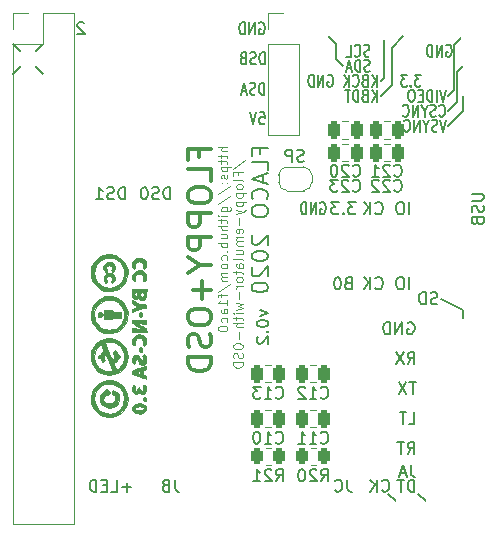
<source format=gbo>
G04 #@! TF.GenerationSoftware,KiCad,Pcbnew,6.0.8-f2edbf62ab~116~ubuntu22.04.1*
G04 #@! TF.CreationDate,2022-10-13T10:44:28+02:00*
G04 #@! TF.ProjectId,Floppy emulator with OSD,466c6f70-7079-4206-956d-756c61746f72,0.2*
G04 #@! TF.SameCoordinates,Original*
G04 #@! TF.FileFunction,Legend,Bot*
G04 #@! TF.FilePolarity,Positive*
%FSLAX46Y46*%
G04 Gerber Fmt 4.6, Leading zero omitted, Abs format (unit mm)*
G04 Created by KiCad (PCBNEW 6.0.8-f2edbf62ab~116~ubuntu22.04.1) date 2022-10-13 10:44:28*
%MOMM*%
%LPD*%
G01*
G04 APERTURE LIST*
G04 Aperture macros list*
%AMRoundRect*
0 Rectangle with rounded corners*
0 $1 Rounding radius*
0 $2 $3 $4 $5 $6 $7 $8 $9 X,Y pos of 4 corners*
0 Add a 4 corners polygon primitive as box body*
4,1,4,$2,$3,$4,$5,$6,$7,$8,$9,$2,$3,0*
0 Add four circle primitives for the rounded corners*
1,1,$1+$1,$2,$3*
1,1,$1+$1,$4,$5*
1,1,$1+$1,$6,$7*
1,1,$1+$1,$8,$9*
0 Add four rect primitives between the rounded corners*
20,1,$1+$1,$2,$3,$4,$5,0*
20,1,$1+$1,$4,$5,$6,$7,0*
20,1,$1+$1,$6,$7,$8,$9,0*
20,1,$1+$1,$8,$9,$2,$3,0*%
%AMFreePoly0*
4,1,22,0.500000,-0.750000,0.000000,-0.750000,0.000000,-0.745033,-0.079941,-0.743568,-0.215256,-0.701293,-0.333266,-0.622738,-0.424486,-0.514219,-0.481581,-0.384460,-0.499164,-0.250000,-0.500000,-0.250000,-0.500000,0.250000,-0.499164,0.250000,-0.499963,0.256109,-0.478152,0.396186,-0.417904,0.524511,-0.324060,0.630769,-0.204165,0.706417,-0.067858,0.745374,0.000000,0.744959,0.000000,0.750000,
0.500000,0.750000,0.500000,-0.750000,0.500000,-0.750000,$1*%
%AMFreePoly1*
4,1,20,0.000000,0.744959,0.073905,0.744508,0.209726,0.703889,0.328688,0.626782,0.421226,0.519385,0.479903,0.390333,0.500000,0.250000,0.500000,-0.250000,0.499851,-0.262216,0.476331,-0.402017,0.414519,-0.529596,0.319384,-0.634700,0.198574,-0.708877,0.061801,-0.746166,0.000000,-0.745033,0.000000,-0.750000,-0.500000,-0.750000,-0.500000,0.750000,0.000000,0.750000,0.000000,0.744959,
0.000000,0.744959,$1*%
G04 Aperture macros list end*
%ADD10C,0.150000*%
%ADD11C,0.170000*%
%ADD12C,0.120000*%
%ADD13C,0.300000*%
%ADD14C,0.010000*%
%ADD15R,1.700000X1.700000*%
%ADD16O,1.700000X1.700000*%
%ADD17R,1.900000X1.900000*%
%ADD18C,1.900000*%
%ADD19C,1.500000*%
%ADD20C,1.700000*%
%ADD21C,3.000000*%
%ADD22RoundRect,0.250000X-0.250000X-0.475000X0.250000X-0.475000X0.250000X0.475000X-0.250000X0.475000X0*%
%ADD23RoundRect,0.250000X0.250000X0.475000X-0.250000X0.475000X-0.250000X-0.475000X0.250000X-0.475000X0*%
%ADD24FreePoly0,180.000000*%
%ADD25FreePoly1,180.000000*%
%ADD26RoundRect,0.250000X-0.262500X-0.450000X0.262500X-0.450000X0.262500X0.450000X-0.262500X0.450000X0*%
%ADD27RoundRect,0.250000X0.262500X0.450000X-0.262500X0.450000X-0.262500X-0.450000X0.262500X-0.450000X0*%
G04 APERTURE END LIST*
D10*
X131445000Y-116205000D02*
X131445000Y-114935000D01*
X130175000Y-116205000D02*
X130937000Y-115443000D01*
X130175000Y-117475000D02*
X131445000Y-116205000D01*
X124777500Y-110172500D02*
X124777500Y-113347500D01*
X120650000Y-110490000D02*
X120015000Y-109855000D01*
X125095000Y-148590000D02*
X125730000Y-149225000D01*
X127635000Y-148590000D02*
X128270000Y-149225000D01*
X125412500Y-110807500D02*
X126365000Y-109855000D01*
X130175000Y-114935000D02*
X130683000Y-114427000D01*
X125412500Y-113982500D02*
X124460000Y-114935000D01*
X125412500Y-110807500D02*
X125412500Y-113982500D01*
X130937000Y-112903000D02*
X131445000Y-112395000D01*
X120650000Y-110490000D02*
X120650000Y-111760000D01*
X124777500Y-113347500D02*
X124460000Y-113665000D01*
X130683000Y-114427000D02*
X130683000Y-110617000D01*
X120650000Y-111760000D02*
X121285000Y-112395000D01*
X93345000Y-110490000D02*
X95885000Y-113030000D01*
X130937000Y-115443000D02*
X130937000Y-112903000D01*
X130683000Y-110617000D02*
X131445000Y-109855000D01*
X129540000Y-132080000D02*
X131445000Y-133032500D01*
X131445000Y-133032500D02*
X131445000Y-133667500D01*
X93345000Y-113030000D02*
X95885000Y-110490000D01*
X102814285Y-123642380D02*
X102814285Y-122642380D01*
X102576190Y-122642380D01*
X102433333Y-122690000D01*
X102338095Y-122785238D01*
X102290476Y-122880476D01*
X102242857Y-123070952D01*
X102242857Y-123213809D01*
X102290476Y-123404285D01*
X102338095Y-123499523D01*
X102433333Y-123594761D01*
X102576190Y-123642380D01*
X102814285Y-123642380D01*
X101861904Y-123594761D02*
X101719047Y-123642380D01*
X101480952Y-123642380D01*
X101385714Y-123594761D01*
X101338095Y-123547142D01*
X101290476Y-123451904D01*
X101290476Y-123356666D01*
X101338095Y-123261428D01*
X101385714Y-123213809D01*
X101480952Y-123166190D01*
X101671428Y-123118571D01*
X101766666Y-123070952D01*
X101814285Y-123023333D01*
X101861904Y-122928095D01*
X101861904Y-122832857D01*
X101814285Y-122737619D01*
X101766666Y-122690000D01*
X101671428Y-122642380D01*
X101433333Y-122642380D01*
X101290476Y-122690000D01*
X100338095Y-123642380D02*
X100909523Y-123642380D01*
X100623809Y-123642380D02*
X100623809Y-122642380D01*
X100719047Y-122785238D01*
X100814285Y-122880476D01*
X100909523Y-122928095D01*
X124172023Y-115387380D02*
X124172023Y-114387380D01*
X123714880Y-115387380D02*
X124057738Y-114815952D01*
X123714880Y-114387380D02*
X124172023Y-114958809D01*
X123105357Y-114863571D02*
X122991071Y-114911190D01*
X122952976Y-114958809D01*
X122914880Y-115054047D01*
X122914880Y-115196904D01*
X122952976Y-115292142D01*
X122991071Y-115339761D01*
X123067261Y-115387380D01*
X123372023Y-115387380D01*
X123372023Y-114387380D01*
X123105357Y-114387380D01*
X123029166Y-114435000D01*
X122991071Y-114482619D01*
X122952976Y-114577857D01*
X122952976Y-114673095D01*
X122991071Y-114768333D01*
X123029166Y-114815952D01*
X123105357Y-114863571D01*
X123372023Y-114863571D01*
X122572023Y-115387380D02*
X122572023Y-114387380D01*
X122381547Y-114387380D01*
X122267261Y-114435000D01*
X122191071Y-114530238D01*
X122152976Y-114625476D01*
X122114880Y-114815952D01*
X122114880Y-114958809D01*
X122152976Y-115149285D01*
X122191071Y-115244523D01*
X122267261Y-115339761D01*
X122381547Y-115387380D01*
X122572023Y-115387380D01*
X121886309Y-114387380D02*
X121429166Y-114387380D01*
X121657738Y-115387380D02*
X121657738Y-114387380D01*
D11*
X114200000Y-119782500D02*
X114200000Y-119315833D01*
X114933333Y-119315833D02*
X113533333Y-119315833D01*
X113533333Y-119982500D01*
X114933333Y-121182500D02*
X114933333Y-120515833D01*
X113533333Y-120515833D01*
X114533333Y-121582500D02*
X114533333Y-122249166D01*
X114933333Y-121449166D02*
X113533333Y-121915833D01*
X114933333Y-122382500D01*
X114800000Y-123649166D02*
X114866666Y-123582500D01*
X114933333Y-123382500D01*
X114933333Y-123249166D01*
X114866666Y-123049166D01*
X114733333Y-122915833D01*
X114600000Y-122849166D01*
X114333333Y-122782500D01*
X114133333Y-122782500D01*
X113866666Y-122849166D01*
X113733333Y-122915833D01*
X113600000Y-123049166D01*
X113533333Y-123249166D01*
X113533333Y-123382500D01*
X113600000Y-123582500D01*
X113666666Y-123649166D01*
X113533333Y-124515833D02*
X113533333Y-124782500D01*
X113600000Y-124915833D01*
X113733333Y-125049166D01*
X114000000Y-125115833D01*
X114466666Y-125115833D01*
X114733333Y-125049166D01*
X114866666Y-124915833D01*
X114933333Y-124782500D01*
X114933333Y-124515833D01*
X114866666Y-124382500D01*
X114733333Y-124249166D01*
X114466666Y-124182500D01*
X114000000Y-124182500D01*
X113733333Y-124249166D01*
X113600000Y-124382500D01*
X113533333Y-124515833D01*
X113666666Y-126715833D02*
X113600000Y-126782500D01*
X113533333Y-126915833D01*
X113533333Y-127249166D01*
X113600000Y-127382500D01*
X113666666Y-127449166D01*
X113800000Y-127515833D01*
X113933333Y-127515833D01*
X114133333Y-127449166D01*
X114933333Y-126649166D01*
X114933333Y-127515833D01*
X113533333Y-128382500D02*
X113533333Y-128515833D01*
X113600000Y-128649166D01*
X113666666Y-128715833D01*
X113800000Y-128782500D01*
X114066666Y-128849166D01*
X114400000Y-128849166D01*
X114666666Y-128782500D01*
X114800000Y-128715833D01*
X114866666Y-128649166D01*
X114933333Y-128515833D01*
X114933333Y-128382500D01*
X114866666Y-128249166D01*
X114800000Y-128182500D01*
X114666666Y-128115833D01*
X114400000Y-128049166D01*
X114066666Y-128049166D01*
X113800000Y-128115833D01*
X113666666Y-128182500D01*
X113600000Y-128249166D01*
X113533333Y-128382500D01*
X113666666Y-129382500D02*
X113600000Y-129449166D01*
X113533333Y-129582500D01*
X113533333Y-129915833D01*
X113600000Y-130049166D01*
X113666666Y-130115833D01*
X113800000Y-130182500D01*
X113933333Y-130182500D01*
X114133333Y-130115833D01*
X114933333Y-129315833D01*
X114933333Y-130182500D01*
X113533333Y-131049166D02*
X113533333Y-131182500D01*
X113600000Y-131315833D01*
X113666666Y-131382500D01*
X113800000Y-131449166D01*
X114066666Y-131515833D01*
X114400000Y-131515833D01*
X114666666Y-131449166D01*
X114800000Y-131382500D01*
X114866666Y-131315833D01*
X114933333Y-131182500D01*
X114933333Y-131049166D01*
X114866666Y-130915833D01*
X114800000Y-130849166D01*
X114666666Y-130782500D01*
X114400000Y-130715833D01*
X114066666Y-130715833D01*
X113800000Y-130782500D01*
X113666666Y-130849166D01*
X113600000Y-130915833D01*
X113533333Y-131049166D01*
D10*
X121642142Y-147407380D02*
X121642142Y-148121666D01*
X121689761Y-148264523D01*
X121785000Y-148359761D01*
X121927857Y-148407380D01*
X122023095Y-148407380D01*
X120594523Y-148312142D02*
X120642142Y-148359761D01*
X120785000Y-148407380D01*
X120880238Y-148407380D01*
X121023095Y-148359761D01*
X121118333Y-148264523D01*
X121165952Y-148169285D01*
X121213571Y-147978809D01*
X121213571Y-147835952D01*
X121165952Y-147645476D01*
X121118333Y-147550238D01*
X121023095Y-147455000D01*
X120880238Y-147407380D01*
X120785000Y-147407380D01*
X120642142Y-147455000D01*
X120594523Y-147502619D01*
X103338095Y-148026428D02*
X102576190Y-148026428D01*
X102957142Y-148407380D02*
X102957142Y-147645476D01*
X101623809Y-148407380D02*
X102100000Y-148407380D01*
X102100000Y-147407380D01*
X101290476Y-147883571D02*
X100957142Y-147883571D01*
X100814285Y-148407380D02*
X101290476Y-148407380D01*
X101290476Y-147407380D01*
X100814285Y-147407380D01*
X100385714Y-148407380D02*
X100385714Y-147407380D01*
X100147619Y-147407380D01*
X100004761Y-147455000D01*
X99909523Y-147550238D01*
X99861904Y-147645476D01*
X99814285Y-147835952D01*
X99814285Y-147978809D01*
X99861904Y-148169285D01*
X99909523Y-148264523D01*
X100004761Y-148359761D01*
X100147619Y-148407380D01*
X100385714Y-148407380D01*
X117943214Y-120419761D02*
X117800357Y-120467380D01*
X117562261Y-120467380D01*
X117467023Y-120419761D01*
X117419404Y-120372142D01*
X117371785Y-120276904D01*
X117371785Y-120181666D01*
X117419404Y-120086428D01*
X117467023Y-120038809D01*
X117562261Y-119991190D01*
X117752738Y-119943571D01*
X117847976Y-119895952D01*
X117895595Y-119848333D01*
X117943214Y-119753095D01*
X117943214Y-119657857D01*
X117895595Y-119562619D01*
X117847976Y-119515000D01*
X117752738Y-119467380D01*
X117514642Y-119467380D01*
X117371785Y-119515000D01*
X116943214Y-120467380D02*
X116943214Y-119467380D01*
X116562261Y-119467380D01*
X116467023Y-119515000D01*
X116419404Y-119562619D01*
X116371785Y-119657857D01*
X116371785Y-119800714D01*
X116419404Y-119895952D01*
X116467023Y-119943571D01*
X116562261Y-119991190D01*
X116943214Y-119991190D01*
X126888809Y-124912380D02*
X126888809Y-123912380D01*
X126222142Y-123912380D02*
X126031666Y-123912380D01*
X125936428Y-123960000D01*
X125841190Y-124055238D01*
X125793571Y-124245714D01*
X125793571Y-124579047D01*
X125841190Y-124769523D01*
X125936428Y-124864761D01*
X126031666Y-124912380D01*
X126222142Y-124912380D01*
X126317380Y-124864761D01*
X126412619Y-124769523D01*
X126460238Y-124579047D01*
X126460238Y-124245714D01*
X126412619Y-124055238D01*
X126317380Y-123960000D01*
X126222142Y-123912380D01*
D12*
X111477904Y-119267476D02*
X110677904Y-119267476D01*
X111477904Y-119610333D02*
X111058857Y-119610333D01*
X110982666Y-119572238D01*
X110944571Y-119496047D01*
X110944571Y-119381761D01*
X110982666Y-119305571D01*
X111020761Y-119267476D01*
X110944571Y-119877000D02*
X110944571Y-120181761D01*
X110677904Y-119991285D02*
X111363619Y-119991285D01*
X111439809Y-120029380D01*
X111477904Y-120105571D01*
X111477904Y-120181761D01*
X110944571Y-120334142D02*
X110944571Y-120638904D01*
X110677904Y-120448428D02*
X111363619Y-120448428D01*
X111439809Y-120486523D01*
X111477904Y-120562714D01*
X111477904Y-120638904D01*
X110944571Y-120905571D02*
X111744571Y-120905571D01*
X110982666Y-120905571D02*
X110944571Y-120981761D01*
X110944571Y-121134142D01*
X110982666Y-121210333D01*
X111020761Y-121248428D01*
X111096952Y-121286523D01*
X111325523Y-121286523D01*
X111401714Y-121248428D01*
X111439809Y-121210333D01*
X111477904Y-121134142D01*
X111477904Y-120981761D01*
X111439809Y-120905571D01*
X111439809Y-121591285D02*
X111477904Y-121667476D01*
X111477904Y-121819857D01*
X111439809Y-121896047D01*
X111363619Y-121934142D01*
X111325523Y-121934142D01*
X111249333Y-121896047D01*
X111211238Y-121819857D01*
X111211238Y-121705571D01*
X111173142Y-121629380D01*
X111096952Y-121591285D01*
X111058857Y-121591285D01*
X110982666Y-121629380D01*
X110944571Y-121705571D01*
X110944571Y-121819857D01*
X110982666Y-121896047D01*
X111401714Y-122277000D02*
X111439809Y-122315095D01*
X111477904Y-122277000D01*
X111439809Y-122238904D01*
X111401714Y-122277000D01*
X111477904Y-122277000D01*
X110982666Y-122277000D02*
X111020761Y-122315095D01*
X111058857Y-122277000D01*
X111020761Y-122238904D01*
X110982666Y-122277000D01*
X111058857Y-122277000D01*
X110639809Y-123229380D02*
X111668380Y-122543666D01*
X110639809Y-124067476D02*
X111668380Y-123381761D01*
X110944571Y-124677000D02*
X111592190Y-124677000D01*
X111668380Y-124638904D01*
X111706476Y-124600809D01*
X111744571Y-124524619D01*
X111744571Y-124410333D01*
X111706476Y-124334142D01*
X111439809Y-124677000D02*
X111477904Y-124600809D01*
X111477904Y-124448428D01*
X111439809Y-124372238D01*
X111401714Y-124334142D01*
X111325523Y-124296047D01*
X111096952Y-124296047D01*
X111020761Y-124334142D01*
X110982666Y-124372238D01*
X110944571Y-124448428D01*
X110944571Y-124600809D01*
X110982666Y-124677000D01*
X111477904Y-125057952D02*
X110944571Y-125057952D01*
X110677904Y-125057952D02*
X110716000Y-125019857D01*
X110754095Y-125057952D01*
X110716000Y-125096047D01*
X110677904Y-125057952D01*
X110754095Y-125057952D01*
X110944571Y-125324619D02*
X110944571Y-125629380D01*
X110677904Y-125438904D02*
X111363619Y-125438904D01*
X111439809Y-125477000D01*
X111477904Y-125553190D01*
X111477904Y-125629380D01*
X111477904Y-125896047D02*
X110677904Y-125896047D01*
X111477904Y-126238904D02*
X111058857Y-126238904D01*
X110982666Y-126200809D01*
X110944571Y-126124619D01*
X110944571Y-126010333D01*
X110982666Y-125934142D01*
X111020761Y-125896047D01*
X110944571Y-126962714D02*
X111477904Y-126962714D01*
X110944571Y-126619857D02*
X111363619Y-126619857D01*
X111439809Y-126657952D01*
X111477904Y-126734142D01*
X111477904Y-126848428D01*
X111439809Y-126924619D01*
X111401714Y-126962714D01*
X111477904Y-127343666D02*
X110677904Y-127343666D01*
X110982666Y-127343666D02*
X110944571Y-127419857D01*
X110944571Y-127572238D01*
X110982666Y-127648428D01*
X111020761Y-127686523D01*
X111096952Y-127724619D01*
X111325523Y-127724619D01*
X111401714Y-127686523D01*
X111439809Y-127648428D01*
X111477904Y-127572238D01*
X111477904Y-127419857D01*
X111439809Y-127343666D01*
X111401714Y-128067476D02*
X111439809Y-128105571D01*
X111477904Y-128067476D01*
X111439809Y-128029380D01*
X111401714Y-128067476D01*
X111477904Y-128067476D01*
X111439809Y-128791285D02*
X111477904Y-128715095D01*
X111477904Y-128562714D01*
X111439809Y-128486523D01*
X111401714Y-128448428D01*
X111325523Y-128410333D01*
X111096952Y-128410333D01*
X111020761Y-128448428D01*
X110982666Y-128486523D01*
X110944571Y-128562714D01*
X110944571Y-128715095D01*
X110982666Y-128791285D01*
X111477904Y-129248428D02*
X111439809Y-129172238D01*
X111401714Y-129134142D01*
X111325523Y-129096047D01*
X111096952Y-129096047D01*
X111020761Y-129134142D01*
X110982666Y-129172238D01*
X110944571Y-129248428D01*
X110944571Y-129362714D01*
X110982666Y-129438904D01*
X111020761Y-129476999D01*
X111096952Y-129515095D01*
X111325523Y-129515095D01*
X111401714Y-129476999D01*
X111439809Y-129438904D01*
X111477904Y-129362714D01*
X111477904Y-129248428D01*
X111477904Y-129857952D02*
X110944571Y-129857952D01*
X111020761Y-129857952D02*
X110982666Y-129896047D01*
X110944571Y-129972238D01*
X110944571Y-130086523D01*
X110982666Y-130162714D01*
X111058857Y-130200809D01*
X111477904Y-130200809D01*
X111058857Y-130200809D02*
X110982666Y-130238904D01*
X110944571Y-130315095D01*
X110944571Y-130429380D01*
X110982666Y-130505571D01*
X111058857Y-130543666D01*
X111477904Y-130543666D01*
X110639809Y-131496047D02*
X111668380Y-130810333D01*
X110944571Y-131648428D02*
X110944571Y-131953190D01*
X111477904Y-131762714D02*
X110792190Y-131762714D01*
X110716000Y-131800809D01*
X110677904Y-131876999D01*
X110677904Y-131953190D01*
X111477904Y-132638904D02*
X111477904Y-132181761D01*
X111477904Y-132410333D02*
X110677904Y-132410333D01*
X110792190Y-132334142D01*
X110868380Y-132257952D01*
X110906476Y-132181761D01*
X111477904Y-133324619D02*
X111058857Y-133324619D01*
X110982666Y-133286523D01*
X110944571Y-133210333D01*
X110944571Y-133057952D01*
X110982666Y-132981761D01*
X111439809Y-133324619D02*
X111477904Y-133248428D01*
X111477904Y-133057952D01*
X111439809Y-132981761D01*
X111363619Y-132943666D01*
X111287428Y-132943666D01*
X111211238Y-132981761D01*
X111173142Y-133057952D01*
X111173142Y-133248428D01*
X111135047Y-133324619D01*
X111439809Y-134048428D02*
X111477904Y-133972238D01*
X111477904Y-133819857D01*
X111439809Y-133743666D01*
X111401714Y-133705571D01*
X111325523Y-133667476D01*
X111096952Y-133667476D01*
X111020761Y-133705571D01*
X110982666Y-133743666D01*
X110944571Y-133819857D01*
X110944571Y-133972238D01*
X110982666Y-134048428D01*
X110677904Y-134543666D02*
X110677904Y-134619857D01*
X110716000Y-134696047D01*
X110754095Y-134734142D01*
X110830285Y-134772238D01*
X110982666Y-134810333D01*
X111173142Y-134810333D01*
X111325523Y-134772238D01*
X111401714Y-134734142D01*
X111439809Y-134696047D01*
X111477904Y-134619857D01*
X111477904Y-134543666D01*
X111439809Y-134467476D01*
X111401714Y-134429380D01*
X111325523Y-134391285D01*
X111173142Y-134353190D01*
X110982666Y-134353190D01*
X110830285Y-134391285D01*
X110754095Y-134429380D01*
X110716000Y-134467476D01*
X110677904Y-134543666D01*
X111927809Y-121057952D02*
X112956380Y-120372238D01*
X112346857Y-121591285D02*
X112346857Y-121324619D01*
X112765904Y-121324619D02*
X111965904Y-121324619D01*
X111965904Y-121705571D01*
X112765904Y-122124619D02*
X112727809Y-122048428D01*
X112651619Y-122010333D01*
X111965904Y-122010333D01*
X112765904Y-122543666D02*
X112727809Y-122467476D01*
X112689714Y-122429380D01*
X112613523Y-122391285D01*
X112384952Y-122391285D01*
X112308761Y-122429380D01*
X112270666Y-122467476D01*
X112232571Y-122543666D01*
X112232571Y-122657952D01*
X112270666Y-122734142D01*
X112308761Y-122772238D01*
X112384952Y-122810333D01*
X112613523Y-122810333D01*
X112689714Y-122772238D01*
X112727809Y-122734142D01*
X112765904Y-122657952D01*
X112765904Y-122543666D01*
X112232571Y-123153190D02*
X113032571Y-123153190D01*
X112270666Y-123153190D02*
X112232571Y-123229380D01*
X112232571Y-123381761D01*
X112270666Y-123457952D01*
X112308761Y-123496047D01*
X112384952Y-123534142D01*
X112613523Y-123534142D01*
X112689714Y-123496047D01*
X112727809Y-123457952D01*
X112765904Y-123381761D01*
X112765904Y-123229380D01*
X112727809Y-123153190D01*
X112232571Y-123877000D02*
X113032571Y-123877000D01*
X112270666Y-123877000D02*
X112232571Y-123953190D01*
X112232571Y-124105571D01*
X112270666Y-124181761D01*
X112308761Y-124219857D01*
X112384952Y-124257952D01*
X112613523Y-124257952D01*
X112689714Y-124219857D01*
X112727809Y-124181761D01*
X112765904Y-124105571D01*
X112765904Y-123953190D01*
X112727809Y-123877000D01*
X112232571Y-124524619D02*
X112765904Y-124715095D01*
X112232571Y-124905571D02*
X112765904Y-124715095D01*
X112956380Y-124638904D01*
X112994476Y-124600809D01*
X113032571Y-124524619D01*
X112461142Y-125210333D02*
X112461142Y-125819857D01*
X112727809Y-126505571D02*
X112765904Y-126429380D01*
X112765904Y-126277000D01*
X112727809Y-126200809D01*
X112651619Y-126162714D01*
X112346857Y-126162714D01*
X112270666Y-126200809D01*
X112232571Y-126277000D01*
X112232571Y-126429380D01*
X112270666Y-126505571D01*
X112346857Y-126543666D01*
X112423047Y-126543666D01*
X112499238Y-126162714D01*
X112765904Y-126886523D02*
X112232571Y-126886523D01*
X112308761Y-126886523D02*
X112270666Y-126924619D01*
X112232571Y-127000809D01*
X112232571Y-127115095D01*
X112270666Y-127191285D01*
X112346857Y-127229380D01*
X112765904Y-127229380D01*
X112346857Y-127229380D02*
X112270666Y-127267476D01*
X112232571Y-127343666D01*
X112232571Y-127457952D01*
X112270666Y-127534142D01*
X112346857Y-127572238D01*
X112765904Y-127572238D01*
X112232571Y-128296047D02*
X112765904Y-128296047D01*
X112232571Y-127953190D02*
X112651619Y-127953190D01*
X112727809Y-127991285D01*
X112765904Y-128067476D01*
X112765904Y-128181761D01*
X112727809Y-128257952D01*
X112689714Y-128296047D01*
X112765904Y-128791285D02*
X112727809Y-128715095D01*
X112651619Y-128677000D01*
X111965904Y-128677000D01*
X112765904Y-129438904D02*
X112346857Y-129438904D01*
X112270666Y-129400809D01*
X112232571Y-129324619D01*
X112232571Y-129172238D01*
X112270666Y-129096047D01*
X112727809Y-129438904D02*
X112765904Y-129362714D01*
X112765904Y-129172238D01*
X112727809Y-129096047D01*
X112651619Y-129057952D01*
X112575428Y-129057952D01*
X112499238Y-129096047D01*
X112461142Y-129172238D01*
X112461142Y-129362714D01*
X112423047Y-129438904D01*
X112232571Y-129705571D02*
X112232571Y-130010333D01*
X111965904Y-129819857D02*
X112651619Y-129819857D01*
X112727809Y-129857952D01*
X112765904Y-129934142D01*
X112765904Y-130010333D01*
X112765904Y-130391285D02*
X112727809Y-130315095D01*
X112689714Y-130277000D01*
X112613523Y-130238904D01*
X112384952Y-130238904D01*
X112308761Y-130277000D01*
X112270666Y-130315095D01*
X112232571Y-130391285D01*
X112232571Y-130505571D01*
X112270666Y-130581761D01*
X112308761Y-130619857D01*
X112384952Y-130657952D01*
X112613523Y-130657952D01*
X112689714Y-130619857D01*
X112727809Y-130581761D01*
X112765904Y-130505571D01*
X112765904Y-130391285D01*
X112765904Y-131000809D02*
X112232571Y-131000809D01*
X112384952Y-131000809D02*
X112308761Y-131038904D01*
X112270666Y-131077000D01*
X112232571Y-131153190D01*
X112232571Y-131229380D01*
X112461142Y-131496047D02*
X112461142Y-132105571D01*
X112232571Y-132410333D02*
X112765904Y-132562714D01*
X112384952Y-132715095D01*
X112765904Y-132867476D01*
X112232571Y-133019857D01*
X112765904Y-133324619D02*
X112232571Y-133324619D01*
X111965904Y-133324619D02*
X112004000Y-133286523D01*
X112042095Y-133324619D01*
X112004000Y-133362714D01*
X111965904Y-133324619D01*
X112042095Y-133324619D01*
X112232571Y-133591285D02*
X112232571Y-133896047D01*
X111965904Y-133705571D02*
X112651619Y-133705571D01*
X112727809Y-133743666D01*
X112765904Y-133819857D01*
X112765904Y-133896047D01*
X112765904Y-134162714D02*
X111965904Y-134162714D01*
X112765904Y-134505571D02*
X112346857Y-134505571D01*
X112270666Y-134467476D01*
X112232571Y-134391285D01*
X112232571Y-134277000D01*
X112270666Y-134200809D01*
X112308761Y-134162714D01*
X112461142Y-134886523D02*
X112461142Y-135496047D01*
X111965904Y-136029380D02*
X111965904Y-136181761D01*
X112004000Y-136257952D01*
X112080190Y-136334142D01*
X112232571Y-136372238D01*
X112499238Y-136372238D01*
X112651619Y-136334142D01*
X112727809Y-136257952D01*
X112765904Y-136181761D01*
X112765904Y-136029380D01*
X112727809Y-135953190D01*
X112651619Y-135877000D01*
X112499238Y-135838904D01*
X112232571Y-135838904D01*
X112080190Y-135877000D01*
X112004000Y-135953190D01*
X111965904Y-136029380D01*
X112727809Y-136677000D02*
X112765904Y-136791285D01*
X112765904Y-136981761D01*
X112727809Y-137057952D01*
X112689714Y-137096047D01*
X112613523Y-137134142D01*
X112537333Y-137134142D01*
X112461142Y-137096047D01*
X112423047Y-137057952D01*
X112384952Y-136981761D01*
X112346857Y-136829380D01*
X112308761Y-136753190D01*
X112270666Y-136715095D01*
X112194476Y-136677000D01*
X112118285Y-136677000D01*
X112042095Y-136715095D01*
X112004000Y-136753190D01*
X111965904Y-136829380D01*
X111965904Y-137019857D01*
X112004000Y-137134142D01*
X112765904Y-137477000D02*
X111965904Y-137477000D01*
X111965904Y-137667476D01*
X112004000Y-137781761D01*
X112080190Y-137857952D01*
X112156380Y-137896047D01*
X112308761Y-137934142D01*
X112423047Y-137934142D01*
X112575428Y-137896047D01*
X112651619Y-137857952D01*
X112727809Y-137781761D01*
X112765904Y-137667476D01*
X112765904Y-137477000D01*
D10*
X127299404Y-148407380D02*
X127299404Y-147407380D01*
X127061309Y-147407380D01*
X126918452Y-147455000D01*
X126823214Y-147550238D01*
X126775595Y-147645476D01*
X126727976Y-147835952D01*
X126727976Y-147978809D01*
X126775595Y-148169285D01*
X126823214Y-148264523D01*
X126918452Y-148359761D01*
X127061309Y-148407380D01*
X127299404Y-148407380D01*
X126442261Y-147407380D02*
X125870833Y-147407380D01*
X126156547Y-148407380D02*
X126156547Y-147407380D01*
X127838095Y-113117380D02*
X127342857Y-113117380D01*
X127609523Y-113498333D01*
X127495238Y-113498333D01*
X127419047Y-113545952D01*
X127380952Y-113593571D01*
X127342857Y-113688809D01*
X127342857Y-113926904D01*
X127380952Y-114022142D01*
X127419047Y-114069761D01*
X127495238Y-114117380D01*
X127723809Y-114117380D01*
X127800000Y-114069761D01*
X127838095Y-114022142D01*
X127000000Y-114022142D02*
X126961904Y-114069761D01*
X127000000Y-114117380D01*
X127038095Y-114069761D01*
X127000000Y-114022142D01*
X127000000Y-114117380D01*
X126695238Y-113117380D02*
X126200000Y-113117380D01*
X126466666Y-113498333D01*
X126352380Y-113498333D01*
X126276190Y-113545952D01*
X126238095Y-113593571D01*
X126200000Y-113688809D01*
X126200000Y-113926904D01*
X126238095Y-114022142D01*
X126276190Y-114069761D01*
X126352380Y-114117380D01*
X126580952Y-114117380D01*
X126657142Y-114069761D01*
X126695238Y-114022142D01*
X126727976Y-137612380D02*
X127061309Y-137136190D01*
X127299404Y-137612380D02*
X127299404Y-136612380D01*
X126918452Y-136612380D01*
X126823214Y-136660000D01*
X126775595Y-136707619D01*
X126727976Y-136802857D01*
X126727976Y-136945714D01*
X126775595Y-137040952D01*
X126823214Y-137088571D01*
X126918452Y-137136190D01*
X127299404Y-137136190D01*
X126394642Y-136612380D02*
X125727976Y-137612380D01*
X125727976Y-136612380D02*
X126394642Y-137612380D01*
X129429880Y-116562142D02*
X129467976Y-116609761D01*
X129582261Y-116657380D01*
X129658452Y-116657380D01*
X129772738Y-116609761D01*
X129848928Y-116514523D01*
X129887023Y-116419285D01*
X129925119Y-116228809D01*
X129925119Y-116085952D01*
X129887023Y-115895476D01*
X129848928Y-115800238D01*
X129772738Y-115705000D01*
X129658452Y-115657380D01*
X129582261Y-115657380D01*
X129467976Y-115705000D01*
X129429880Y-115752619D01*
X129125119Y-116609761D02*
X129010833Y-116657380D01*
X128820357Y-116657380D01*
X128744166Y-116609761D01*
X128706071Y-116562142D01*
X128667976Y-116466904D01*
X128667976Y-116371666D01*
X128706071Y-116276428D01*
X128744166Y-116228809D01*
X128820357Y-116181190D01*
X128972738Y-116133571D01*
X129048928Y-116085952D01*
X129087023Y-116038333D01*
X129125119Y-115943095D01*
X129125119Y-115847857D01*
X129087023Y-115752619D01*
X129048928Y-115705000D01*
X128972738Y-115657380D01*
X128782261Y-115657380D01*
X128667976Y-115705000D01*
X128172738Y-116181190D02*
X128172738Y-116657380D01*
X128439404Y-115657380D02*
X128172738Y-116181190D01*
X127906071Y-115657380D01*
X127639404Y-116657380D02*
X127639404Y-115657380D01*
X127182261Y-116657380D01*
X127182261Y-115657380D01*
X126344166Y-116562142D02*
X126382261Y-116609761D01*
X126496547Y-116657380D01*
X126572738Y-116657380D01*
X126687023Y-116609761D01*
X126763214Y-116514523D01*
X126801309Y-116419285D01*
X126839404Y-116228809D01*
X126839404Y-116085952D01*
X126801309Y-115895476D01*
X126763214Y-115800238D01*
X126687023Y-115705000D01*
X126572738Y-115657380D01*
X126496547Y-115657380D01*
X126382261Y-115705000D01*
X126344166Y-115752619D01*
X114276214Y-133064428D02*
X114942880Y-133302523D01*
X114276214Y-133540619D01*
X113942880Y-134112047D02*
X113942880Y-134207285D01*
X113990500Y-134302523D01*
X114038119Y-134350142D01*
X114133357Y-134397761D01*
X114323833Y-134445380D01*
X114561928Y-134445380D01*
X114752404Y-134397761D01*
X114847642Y-134350142D01*
X114895261Y-134302523D01*
X114942880Y-134207285D01*
X114942880Y-134112047D01*
X114895261Y-134016809D01*
X114847642Y-133969190D01*
X114752404Y-133921571D01*
X114561928Y-133873952D01*
X114323833Y-133873952D01*
X114133357Y-133921571D01*
X114038119Y-133969190D01*
X113990500Y-134016809D01*
X113942880Y-134112047D01*
X114847642Y-134873952D02*
X114895261Y-134921571D01*
X114942880Y-134873952D01*
X114895261Y-134826333D01*
X114847642Y-134873952D01*
X114942880Y-134873952D01*
X114038119Y-135302523D02*
X113990500Y-135350142D01*
X113942880Y-135445380D01*
X113942880Y-135683476D01*
X113990500Y-135778714D01*
X114038119Y-135826333D01*
X114133357Y-135873952D01*
X114228595Y-135873952D01*
X114371452Y-135826333D01*
X114942880Y-135254904D01*
X114942880Y-135873952D01*
X123526428Y-112799761D02*
X123412142Y-112847380D01*
X123221666Y-112847380D01*
X123145476Y-112799761D01*
X123107380Y-112752142D01*
X123069285Y-112656904D01*
X123069285Y-112561666D01*
X123107380Y-112466428D01*
X123145476Y-112418809D01*
X123221666Y-112371190D01*
X123374047Y-112323571D01*
X123450238Y-112275952D01*
X123488333Y-112228333D01*
X123526428Y-112133095D01*
X123526428Y-112037857D01*
X123488333Y-111942619D01*
X123450238Y-111895000D01*
X123374047Y-111847380D01*
X123183571Y-111847380D01*
X123069285Y-111895000D01*
X122726428Y-112847380D02*
X122726428Y-111847380D01*
X122535952Y-111847380D01*
X122421666Y-111895000D01*
X122345476Y-111990238D01*
X122307380Y-112085476D01*
X122269285Y-112275952D01*
X122269285Y-112418809D01*
X122307380Y-112609285D01*
X122345476Y-112704523D01*
X122421666Y-112799761D01*
X122535952Y-112847380D01*
X122726428Y-112847380D01*
X121964523Y-112561666D02*
X121583571Y-112561666D01*
X122040714Y-112847380D02*
X121774047Y-111847380D01*
X121507380Y-112847380D01*
X127442261Y-139152380D02*
X126870833Y-139152380D01*
X127156547Y-140152380D02*
X127156547Y-139152380D01*
X126632738Y-139152380D02*
X125966071Y-140152380D01*
X125966071Y-139152380D02*
X126632738Y-140152380D01*
X121689761Y-130738571D02*
X121546904Y-130786190D01*
X121499285Y-130833809D01*
X121451666Y-130929047D01*
X121451666Y-131071904D01*
X121499285Y-131167142D01*
X121546904Y-131214761D01*
X121642142Y-131262380D01*
X122023095Y-131262380D01*
X122023095Y-130262380D01*
X121689761Y-130262380D01*
X121594523Y-130310000D01*
X121546904Y-130357619D01*
X121499285Y-130452857D01*
X121499285Y-130548095D01*
X121546904Y-130643333D01*
X121594523Y-130690952D01*
X121689761Y-130738571D01*
X122023095Y-130738571D01*
X120832619Y-130262380D02*
X120737380Y-130262380D01*
X120642142Y-130310000D01*
X120594523Y-130357619D01*
X120546904Y-130452857D01*
X120499285Y-130643333D01*
X120499285Y-130881428D01*
X120546904Y-131071904D01*
X120594523Y-131167142D01*
X120642142Y-131214761D01*
X120737380Y-131262380D01*
X120832619Y-131262380D01*
X120927857Y-131214761D01*
X120975476Y-131167142D01*
X121023095Y-131071904D01*
X121070714Y-130881428D01*
X121070714Y-130643333D01*
X121023095Y-130452857D01*
X120975476Y-130357619D01*
X120927857Y-130310000D01*
X120832619Y-130262380D01*
X124172023Y-114117380D02*
X124172023Y-113117380D01*
X123714880Y-114117380D02*
X124057738Y-113545952D01*
X123714880Y-113117380D02*
X124172023Y-113688809D01*
X123105357Y-113593571D02*
X122991071Y-113641190D01*
X122952976Y-113688809D01*
X122914880Y-113784047D01*
X122914880Y-113926904D01*
X122952976Y-114022142D01*
X122991071Y-114069761D01*
X123067261Y-114117380D01*
X123372023Y-114117380D01*
X123372023Y-113117380D01*
X123105357Y-113117380D01*
X123029166Y-113165000D01*
X122991071Y-113212619D01*
X122952976Y-113307857D01*
X122952976Y-113403095D01*
X122991071Y-113498333D01*
X123029166Y-113545952D01*
X123105357Y-113593571D01*
X123372023Y-113593571D01*
X122114880Y-114022142D02*
X122152976Y-114069761D01*
X122267261Y-114117380D01*
X122343452Y-114117380D01*
X122457738Y-114069761D01*
X122533928Y-113974523D01*
X122572023Y-113879285D01*
X122610119Y-113688809D01*
X122610119Y-113545952D01*
X122572023Y-113355476D01*
X122533928Y-113260238D01*
X122457738Y-113165000D01*
X122343452Y-113117380D01*
X122267261Y-113117380D01*
X122152976Y-113165000D01*
X122114880Y-113212619D01*
X121772023Y-114117380D02*
X121772023Y-113117380D01*
X121314880Y-114117380D02*
X121657738Y-113545952D01*
X121314880Y-113117380D02*
X121772023Y-113688809D01*
X132167380Y-123198095D02*
X132976904Y-123198095D01*
X133072142Y-123245714D01*
X133119761Y-123293333D01*
X133167380Y-123388571D01*
X133167380Y-123579047D01*
X133119761Y-123674285D01*
X133072142Y-123721904D01*
X132976904Y-123769523D01*
X132167380Y-123769523D01*
X133119761Y-124198095D02*
X133167380Y-124340952D01*
X133167380Y-124579047D01*
X133119761Y-124674285D01*
X133072142Y-124721904D01*
X132976904Y-124769523D01*
X132881666Y-124769523D01*
X132786428Y-124721904D01*
X132738809Y-124674285D01*
X132691190Y-124579047D01*
X132643571Y-124388571D01*
X132595952Y-124293333D01*
X132548333Y-124245714D01*
X132453095Y-124198095D01*
X132357857Y-124198095D01*
X132262619Y-124245714D01*
X132215000Y-124293333D01*
X132167380Y-124388571D01*
X132167380Y-124626666D01*
X132215000Y-124769523D01*
X132643571Y-125531428D02*
X132691190Y-125674285D01*
X132738809Y-125721904D01*
X132834047Y-125769523D01*
X132976904Y-125769523D01*
X133072142Y-125721904D01*
X133119761Y-125674285D01*
X133167380Y-125579047D01*
X133167380Y-125198095D01*
X132167380Y-125198095D01*
X132167380Y-125531428D01*
X132215000Y-125626666D01*
X132262619Y-125674285D01*
X132357857Y-125721904D01*
X132453095Y-125721904D01*
X132548333Y-125674285D01*
X132595952Y-125626666D01*
X132643571Y-125531428D01*
X132643571Y-125198095D01*
X124015476Y-124817142D02*
X124063095Y-124864761D01*
X124205952Y-124912380D01*
X124301190Y-124912380D01*
X124444047Y-124864761D01*
X124539285Y-124769523D01*
X124586904Y-124674285D01*
X124634523Y-124483809D01*
X124634523Y-124340952D01*
X124586904Y-124150476D01*
X124539285Y-124055238D01*
X124444047Y-123960000D01*
X124301190Y-123912380D01*
X124205952Y-123912380D01*
X124063095Y-123960000D01*
X124015476Y-124007619D01*
X123586904Y-124912380D02*
X123586904Y-123912380D01*
X123015476Y-124912380D02*
X123444047Y-124340952D01*
X123015476Y-123912380D02*
X123586904Y-124483809D01*
X130001309Y-114387380D02*
X129734642Y-115387380D01*
X129467976Y-114387380D01*
X129201309Y-115387380D02*
X129201309Y-114387380D01*
X128820357Y-115387380D02*
X128820357Y-114387380D01*
X128629880Y-114387380D01*
X128515595Y-114435000D01*
X128439404Y-114530238D01*
X128401309Y-114625476D01*
X128363214Y-114815952D01*
X128363214Y-114958809D01*
X128401309Y-115149285D01*
X128439404Y-115244523D01*
X128515595Y-115339761D01*
X128629880Y-115387380D01*
X128820357Y-115387380D01*
X128020357Y-114863571D02*
X127753690Y-114863571D01*
X127639404Y-115387380D02*
X128020357Y-115387380D01*
X128020357Y-114387380D01*
X127639404Y-114387380D01*
X127144166Y-114387380D02*
X126991785Y-114387380D01*
X126915595Y-114435000D01*
X126839404Y-114530238D01*
X126801309Y-114720714D01*
X126801309Y-115054047D01*
X126839404Y-115244523D01*
X126915595Y-115339761D01*
X126991785Y-115387380D01*
X127144166Y-115387380D01*
X127220357Y-115339761D01*
X127296547Y-115244523D01*
X127334642Y-115054047D01*
X127334642Y-114720714D01*
X127296547Y-114530238D01*
X127220357Y-114435000D01*
X127144166Y-114387380D01*
X124568976Y-148308629D02*
X124616595Y-148356248D01*
X124759452Y-148403867D01*
X124854690Y-148403867D01*
X124997547Y-148356248D01*
X125092785Y-148261010D01*
X125140404Y-148165772D01*
X125188023Y-147975296D01*
X125188023Y-147832439D01*
X125140404Y-147641963D01*
X125092785Y-147546725D01*
X124997547Y-147451487D01*
X124854690Y-147403867D01*
X124759452Y-147403867D01*
X124616595Y-147451487D01*
X124568976Y-147499106D01*
X124140404Y-148403867D02*
X124140404Y-147403867D01*
X123568976Y-148403867D02*
X123997547Y-147832439D01*
X123568976Y-147403867D02*
X124140404Y-147975296D01*
X126823214Y-142692380D02*
X127299404Y-142692380D01*
X127299404Y-141692380D01*
X126632738Y-141692380D02*
X126061309Y-141692380D01*
X126347023Y-142692380D02*
X126347023Y-141692380D01*
X99345714Y-108767619D02*
X99298095Y-108720000D01*
X99202857Y-108672380D01*
X98964761Y-108672380D01*
X98869523Y-108720000D01*
X98821904Y-108767619D01*
X98774285Y-108862857D01*
X98774285Y-108958095D01*
X98821904Y-109100952D01*
X99393333Y-109672380D01*
X98774285Y-109672380D01*
X119354523Y-123960000D02*
X119430714Y-123912380D01*
X119545000Y-123912380D01*
X119659285Y-123960000D01*
X119735476Y-124055238D01*
X119773571Y-124150476D01*
X119811666Y-124340952D01*
X119811666Y-124483809D01*
X119773571Y-124674285D01*
X119735476Y-124769523D01*
X119659285Y-124864761D01*
X119545000Y-124912380D01*
X119468809Y-124912380D01*
X119354523Y-124864761D01*
X119316428Y-124817142D01*
X119316428Y-124483809D01*
X119468809Y-124483809D01*
X118973571Y-124912380D02*
X118973571Y-123912380D01*
X118516428Y-124912380D01*
X118516428Y-123912380D01*
X118135476Y-124912380D02*
X118135476Y-123912380D01*
X117945000Y-123912380D01*
X117830714Y-123960000D01*
X117754523Y-124055238D01*
X117716428Y-124150476D01*
X117678333Y-124340952D01*
X117678333Y-124483809D01*
X117716428Y-124674285D01*
X117754523Y-124769523D01*
X117830714Y-124864761D01*
X117945000Y-124912380D01*
X118135476Y-124912380D01*
X123507380Y-111529761D02*
X123393095Y-111577380D01*
X123202619Y-111577380D01*
X123126428Y-111529761D01*
X123088333Y-111482142D01*
X123050238Y-111386904D01*
X123050238Y-111291666D01*
X123088333Y-111196428D01*
X123126428Y-111148809D01*
X123202619Y-111101190D01*
X123355000Y-111053571D01*
X123431190Y-111005952D01*
X123469285Y-110958333D01*
X123507380Y-110863095D01*
X123507380Y-110767857D01*
X123469285Y-110672619D01*
X123431190Y-110625000D01*
X123355000Y-110577380D01*
X123164523Y-110577380D01*
X123050238Y-110625000D01*
X122250238Y-111482142D02*
X122288333Y-111529761D01*
X122402619Y-111577380D01*
X122478809Y-111577380D01*
X122593095Y-111529761D01*
X122669285Y-111434523D01*
X122707380Y-111339285D01*
X122745476Y-111148809D01*
X122745476Y-111005952D01*
X122707380Y-110815476D01*
X122669285Y-110720238D01*
X122593095Y-110625000D01*
X122478809Y-110577380D01*
X122402619Y-110577380D01*
X122288333Y-110625000D01*
X122250238Y-110672619D01*
X121526428Y-111577380D02*
X121907380Y-111577380D01*
X121907380Y-110577380D01*
X122332619Y-123912380D02*
X121713571Y-123912380D01*
X122046904Y-124293333D01*
X121904047Y-124293333D01*
X121808809Y-124340952D01*
X121761190Y-124388571D01*
X121713571Y-124483809D01*
X121713571Y-124721904D01*
X121761190Y-124817142D01*
X121808809Y-124864761D01*
X121904047Y-124912380D01*
X122189761Y-124912380D01*
X122285000Y-124864761D01*
X122332619Y-124817142D01*
X121285000Y-124817142D02*
X121237380Y-124864761D01*
X121285000Y-124912380D01*
X121332619Y-124864761D01*
X121285000Y-124817142D01*
X121285000Y-124912380D01*
X120904047Y-123912380D02*
X120285000Y-123912380D01*
X120618333Y-124293333D01*
X120475476Y-124293333D01*
X120380238Y-124340952D01*
X120332619Y-124388571D01*
X120285000Y-124483809D01*
X120285000Y-124721904D01*
X120332619Y-124817142D01*
X120380238Y-124864761D01*
X120475476Y-124912380D01*
X120761190Y-124912380D01*
X120856428Y-124864761D01*
X120904047Y-124817142D01*
X127013690Y-146137380D02*
X127013690Y-146851666D01*
X127061309Y-146994523D01*
X127156547Y-147089761D01*
X127299404Y-147137380D01*
X127394642Y-147137380D01*
X126585119Y-146851666D02*
X126108928Y-146851666D01*
X126680357Y-147137380D02*
X126347023Y-146137380D01*
X126013690Y-147137380D01*
X114202571Y-116292380D02*
X114583523Y-116292380D01*
X114621619Y-116768571D01*
X114583523Y-116720952D01*
X114507333Y-116673333D01*
X114316857Y-116673333D01*
X114240666Y-116720952D01*
X114202571Y-116768571D01*
X114164476Y-116863809D01*
X114164476Y-117101904D01*
X114202571Y-117197142D01*
X114240666Y-117244761D01*
X114316857Y-117292380D01*
X114507333Y-117292380D01*
X114583523Y-117244761D01*
X114621619Y-117197142D01*
X113935904Y-116292380D02*
X113669238Y-117292380D01*
X113402571Y-116292380D01*
X130022523Y-110625000D02*
X130098714Y-110577380D01*
X130213000Y-110577380D01*
X130327285Y-110625000D01*
X130403476Y-110720238D01*
X130441571Y-110815476D01*
X130479666Y-111005952D01*
X130479666Y-111148809D01*
X130441571Y-111339285D01*
X130403476Y-111434523D01*
X130327285Y-111529761D01*
X130213000Y-111577380D01*
X130136809Y-111577380D01*
X130022523Y-111529761D01*
X129984428Y-111482142D01*
X129984428Y-111148809D01*
X130136809Y-111148809D01*
X129641571Y-111577380D02*
X129641571Y-110577380D01*
X129184428Y-111577380D01*
X129184428Y-110577380D01*
X128803476Y-111577380D02*
X128803476Y-110577380D01*
X128613000Y-110577380D01*
X128498714Y-110625000D01*
X128422523Y-110720238D01*
X128384428Y-110815476D01*
X128346333Y-111005952D01*
X128346333Y-111148809D01*
X128384428Y-111339285D01*
X128422523Y-111434523D01*
X128498714Y-111529761D01*
X128613000Y-111577380D01*
X128803476Y-111577380D01*
X107037142Y-147407380D02*
X107037142Y-148121666D01*
X107084761Y-148264523D01*
X107180000Y-148359761D01*
X107322857Y-148407380D01*
X107418095Y-148407380D01*
X106227619Y-147883571D02*
X106084761Y-147931190D01*
X106037142Y-147978809D01*
X105989523Y-148074047D01*
X105989523Y-148216904D01*
X106037142Y-148312142D01*
X106084761Y-148359761D01*
X106180000Y-148407380D01*
X106560952Y-148407380D01*
X106560952Y-147407380D01*
X106227619Y-147407380D01*
X106132380Y-147455000D01*
X106084761Y-147502619D01*
X106037142Y-147597857D01*
X106037142Y-147693095D01*
X106084761Y-147788333D01*
X106132380Y-147835952D01*
X106227619Y-147883571D01*
X106560952Y-147883571D01*
X114167976Y-108730000D02*
X114244166Y-108682380D01*
X114358452Y-108682380D01*
X114472738Y-108730000D01*
X114548928Y-108825238D01*
X114587023Y-108920476D01*
X114625119Y-109110952D01*
X114625119Y-109253809D01*
X114587023Y-109444285D01*
X114548928Y-109539523D01*
X114472738Y-109634761D01*
X114358452Y-109682380D01*
X114282261Y-109682380D01*
X114167976Y-109634761D01*
X114129880Y-109587142D01*
X114129880Y-109253809D01*
X114282261Y-109253809D01*
X113787023Y-109682380D02*
X113787023Y-108682380D01*
X113329880Y-109682380D01*
X113329880Y-108682380D01*
X112948928Y-109682380D02*
X112948928Y-108682380D01*
X112758452Y-108682380D01*
X112644166Y-108730000D01*
X112567976Y-108825238D01*
X112529880Y-108920476D01*
X112491785Y-109110952D01*
X112491785Y-109253809D01*
X112529880Y-109444285D01*
X112567976Y-109539523D01*
X112644166Y-109634761D01*
X112758452Y-109682380D01*
X112948928Y-109682380D01*
X129252023Y-132484761D02*
X129109166Y-132532380D01*
X128871071Y-132532380D01*
X128775833Y-132484761D01*
X128728214Y-132437142D01*
X128680595Y-132341904D01*
X128680595Y-132246666D01*
X128728214Y-132151428D01*
X128775833Y-132103809D01*
X128871071Y-132056190D01*
X129061547Y-132008571D01*
X129156785Y-131960952D01*
X129204404Y-131913333D01*
X129252023Y-131818095D01*
X129252023Y-131722857D01*
X129204404Y-131627619D01*
X129156785Y-131580000D01*
X129061547Y-131532380D01*
X128823452Y-131532380D01*
X128680595Y-131580000D01*
X128252023Y-132532380D02*
X128252023Y-131532380D01*
X128013928Y-131532380D01*
X127871071Y-131580000D01*
X127775833Y-131675238D01*
X127728214Y-131770476D01*
X127680595Y-131960952D01*
X127680595Y-132103809D01*
X127728214Y-132294285D01*
X127775833Y-132389523D01*
X127871071Y-132484761D01*
X128013928Y-132532380D01*
X128252023Y-132532380D01*
X119989523Y-113165000D02*
X120065714Y-113117380D01*
X120180000Y-113117380D01*
X120294285Y-113165000D01*
X120370476Y-113260238D01*
X120408571Y-113355476D01*
X120446666Y-113545952D01*
X120446666Y-113688809D01*
X120408571Y-113879285D01*
X120370476Y-113974523D01*
X120294285Y-114069761D01*
X120180000Y-114117380D01*
X120103809Y-114117380D01*
X119989523Y-114069761D01*
X119951428Y-114022142D01*
X119951428Y-113688809D01*
X120103809Y-113688809D01*
X119608571Y-114117380D02*
X119608571Y-113117380D01*
X119151428Y-114117380D01*
X119151428Y-113117380D01*
X118770476Y-114117380D02*
X118770476Y-113117380D01*
X118580000Y-113117380D01*
X118465714Y-113165000D01*
X118389523Y-113260238D01*
X118351428Y-113355476D01*
X118313333Y-113545952D01*
X118313333Y-113688809D01*
X118351428Y-113879285D01*
X118389523Y-113974523D01*
X118465714Y-114069761D01*
X118580000Y-114117380D01*
X118770476Y-114117380D01*
X106624285Y-123642380D02*
X106624285Y-122642380D01*
X106386190Y-122642380D01*
X106243333Y-122690000D01*
X106148095Y-122785238D01*
X106100476Y-122880476D01*
X106052857Y-123070952D01*
X106052857Y-123213809D01*
X106100476Y-123404285D01*
X106148095Y-123499523D01*
X106243333Y-123594761D01*
X106386190Y-123642380D01*
X106624285Y-123642380D01*
X105671904Y-123594761D02*
X105529047Y-123642380D01*
X105290952Y-123642380D01*
X105195714Y-123594761D01*
X105148095Y-123547142D01*
X105100476Y-123451904D01*
X105100476Y-123356666D01*
X105148095Y-123261428D01*
X105195714Y-123213809D01*
X105290952Y-123166190D01*
X105481428Y-123118571D01*
X105576666Y-123070952D01*
X105624285Y-123023333D01*
X105671904Y-122928095D01*
X105671904Y-122832857D01*
X105624285Y-122737619D01*
X105576666Y-122690000D01*
X105481428Y-122642380D01*
X105243333Y-122642380D01*
X105100476Y-122690000D01*
X104481428Y-122642380D02*
X104386190Y-122642380D01*
X104290952Y-122690000D01*
X104243333Y-122737619D01*
X104195714Y-122832857D01*
X104148095Y-123023333D01*
X104148095Y-123261428D01*
X104195714Y-123451904D01*
X104243333Y-123547142D01*
X104290952Y-123594761D01*
X104386190Y-123642380D01*
X104481428Y-123642380D01*
X104576666Y-123594761D01*
X104624285Y-123547142D01*
X104671904Y-123451904D01*
X104719523Y-123261428D01*
X104719523Y-123023333D01*
X104671904Y-122832857D01*
X104624285Y-122737619D01*
X104576666Y-122690000D01*
X104481428Y-122642380D01*
X124015476Y-131167142D02*
X124063095Y-131214761D01*
X124205952Y-131262380D01*
X124301190Y-131262380D01*
X124444047Y-131214761D01*
X124539285Y-131119523D01*
X124586904Y-131024285D01*
X124634523Y-130833809D01*
X124634523Y-130690952D01*
X124586904Y-130500476D01*
X124539285Y-130405238D01*
X124444047Y-130310000D01*
X124301190Y-130262380D01*
X124205952Y-130262380D01*
X124063095Y-130310000D01*
X124015476Y-130357619D01*
X123586904Y-131262380D02*
X123586904Y-130262380D01*
X123015476Y-131262380D02*
X123444047Y-130690952D01*
X123015476Y-130262380D02*
X123586904Y-130833809D01*
X114587023Y-114792380D02*
X114587023Y-113792380D01*
X114396547Y-113792380D01*
X114282261Y-113840000D01*
X114206071Y-113935238D01*
X114167976Y-114030476D01*
X114129880Y-114220952D01*
X114129880Y-114363809D01*
X114167976Y-114554285D01*
X114206071Y-114649523D01*
X114282261Y-114744761D01*
X114396547Y-114792380D01*
X114587023Y-114792380D01*
X113825119Y-114744761D02*
X113710833Y-114792380D01*
X113520357Y-114792380D01*
X113444166Y-114744761D01*
X113406071Y-114697142D01*
X113367976Y-114601904D01*
X113367976Y-114506666D01*
X113406071Y-114411428D01*
X113444166Y-114363809D01*
X113520357Y-114316190D01*
X113672738Y-114268571D01*
X113748928Y-114220952D01*
X113787023Y-114173333D01*
X113825119Y-114078095D01*
X113825119Y-113982857D01*
X113787023Y-113887619D01*
X113748928Y-113840000D01*
X113672738Y-113792380D01*
X113482261Y-113792380D01*
X113367976Y-113840000D01*
X113063214Y-114506666D02*
X112682261Y-114506666D01*
X113139404Y-114792380D02*
X112872738Y-113792380D01*
X112606071Y-114792380D01*
X126727976Y-145232380D02*
X127061309Y-144756190D01*
X127299404Y-145232380D02*
X127299404Y-144232380D01*
X126918452Y-144232380D01*
X126823214Y-144280000D01*
X126775595Y-144327619D01*
X126727976Y-144422857D01*
X126727976Y-144565714D01*
X126775595Y-144660952D01*
X126823214Y-144708571D01*
X126918452Y-144756190D01*
X127299404Y-144756190D01*
X126442261Y-144232380D02*
X125870833Y-144232380D01*
X126156547Y-145232380D02*
X126156547Y-144232380D01*
X126748615Y-134120000D02*
X126843853Y-134072380D01*
X126986710Y-134072380D01*
X127129567Y-134120000D01*
X127224805Y-134215238D01*
X127272424Y-134310476D01*
X127320043Y-134500952D01*
X127320043Y-134643809D01*
X127272424Y-134834285D01*
X127224805Y-134929523D01*
X127129567Y-135024761D01*
X126986710Y-135072380D01*
X126891472Y-135072380D01*
X126748615Y-135024761D01*
X126700996Y-134977142D01*
X126700996Y-134643809D01*
X126891472Y-134643809D01*
X126272424Y-135072380D02*
X126272424Y-134072380D01*
X125700996Y-135072380D01*
X125700996Y-134072380D01*
X125224805Y-135072380D02*
X125224805Y-134072380D01*
X124986710Y-134072380D01*
X124843853Y-134120000D01*
X124748615Y-134215238D01*
X124700996Y-134310476D01*
X124653377Y-134500952D01*
X124653377Y-134643809D01*
X124700996Y-134834285D01*
X124748615Y-134929523D01*
X124843853Y-135024761D01*
X124986710Y-135072380D01*
X125224805Y-135072380D01*
X126888809Y-131262380D02*
X126888809Y-130262380D01*
X126222142Y-130262380D02*
X126031666Y-130262380D01*
X125936428Y-130310000D01*
X125841190Y-130405238D01*
X125793571Y-130595714D01*
X125793571Y-130929047D01*
X125841190Y-131119523D01*
X125936428Y-131214761D01*
X126031666Y-131262380D01*
X126222142Y-131262380D01*
X126317380Y-131214761D01*
X126412619Y-131119523D01*
X126460238Y-130929047D01*
X126460238Y-130595714D01*
X126412619Y-130405238D01*
X126317380Y-130310000D01*
X126222142Y-130262380D01*
X114647023Y-112212380D02*
X114647023Y-111212380D01*
X114456547Y-111212380D01*
X114342261Y-111260000D01*
X114266071Y-111355238D01*
X114227976Y-111450476D01*
X114189880Y-111640952D01*
X114189880Y-111783809D01*
X114227976Y-111974285D01*
X114266071Y-112069523D01*
X114342261Y-112164761D01*
X114456547Y-112212380D01*
X114647023Y-112212380D01*
X113885119Y-112164761D02*
X113770833Y-112212380D01*
X113580357Y-112212380D01*
X113504166Y-112164761D01*
X113466071Y-112117142D01*
X113427976Y-112021904D01*
X113427976Y-111926666D01*
X113466071Y-111831428D01*
X113504166Y-111783809D01*
X113580357Y-111736190D01*
X113732738Y-111688571D01*
X113808928Y-111640952D01*
X113847023Y-111593333D01*
X113885119Y-111498095D01*
X113885119Y-111402857D01*
X113847023Y-111307619D01*
X113808928Y-111260000D01*
X113732738Y-111212380D01*
X113542261Y-111212380D01*
X113427976Y-111260000D01*
X112818452Y-111688571D02*
X112704166Y-111736190D01*
X112666071Y-111783809D01*
X112627976Y-111879047D01*
X112627976Y-112021904D01*
X112666071Y-112117142D01*
X112704166Y-112164761D01*
X112780357Y-112212380D01*
X113085119Y-112212380D01*
X113085119Y-111212380D01*
X112818452Y-111212380D01*
X112742261Y-111260000D01*
X112704166Y-111307619D01*
X112666071Y-111402857D01*
X112666071Y-111498095D01*
X112704166Y-111593333D01*
X112742261Y-111640952D01*
X112818452Y-111688571D01*
X113085119Y-111688571D01*
X130001309Y-116927380D02*
X129734642Y-117927380D01*
X129467976Y-116927380D01*
X129239404Y-117879761D02*
X129125119Y-117927380D01*
X128934642Y-117927380D01*
X128858452Y-117879761D01*
X128820357Y-117832142D01*
X128782261Y-117736904D01*
X128782261Y-117641666D01*
X128820357Y-117546428D01*
X128858452Y-117498809D01*
X128934642Y-117451190D01*
X129087023Y-117403571D01*
X129163214Y-117355952D01*
X129201309Y-117308333D01*
X129239404Y-117213095D01*
X129239404Y-117117857D01*
X129201309Y-117022619D01*
X129163214Y-116975000D01*
X129087023Y-116927380D01*
X128896547Y-116927380D01*
X128782261Y-116975000D01*
X128287023Y-117451190D02*
X128287023Y-117927380D01*
X128553690Y-116927380D02*
X128287023Y-117451190D01*
X128020357Y-116927380D01*
X127753690Y-117927380D02*
X127753690Y-116927380D01*
X127296547Y-117927380D01*
X127296547Y-116927380D01*
X126458452Y-117832142D02*
X126496547Y-117879761D01*
X126610833Y-117927380D01*
X126687023Y-117927380D01*
X126801309Y-117879761D01*
X126877500Y-117784523D01*
X126915595Y-117689285D01*
X126953690Y-117498809D01*
X126953690Y-117355952D01*
X126915595Y-117165476D01*
X126877500Y-117070238D01*
X126801309Y-116975000D01*
X126687023Y-116927380D01*
X126610833Y-116927380D01*
X126496547Y-116975000D01*
X126458452Y-117022619D01*
D13*
X109077142Y-120082857D02*
X109077142Y-119416190D01*
X110124761Y-119416190D02*
X108124761Y-119416190D01*
X108124761Y-120368571D01*
X110124761Y-122082857D02*
X110124761Y-121130476D01*
X108124761Y-121130476D01*
X108124761Y-123130476D02*
X108124761Y-123511428D01*
X108220000Y-123701904D01*
X108410476Y-123892380D01*
X108791428Y-123987619D01*
X109458095Y-123987619D01*
X109839047Y-123892380D01*
X110029523Y-123701904D01*
X110124761Y-123511428D01*
X110124761Y-123130476D01*
X110029523Y-122940000D01*
X109839047Y-122749523D01*
X109458095Y-122654285D01*
X108791428Y-122654285D01*
X108410476Y-122749523D01*
X108220000Y-122940000D01*
X108124761Y-123130476D01*
X110124761Y-124844761D02*
X108124761Y-124844761D01*
X108124761Y-125606666D01*
X108220000Y-125797142D01*
X108315238Y-125892380D01*
X108505714Y-125987619D01*
X108791428Y-125987619D01*
X108981904Y-125892380D01*
X109077142Y-125797142D01*
X109172380Y-125606666D01*
X109172380Y-124844761D01*
X110124761Y-126844761D02*
X108124761Y-126844761D01*
X108124761Y-127606666D01*
X108220000Y-127797142D01*
X108315238Y-127892380D01*
X108505714Y-127987619D01*
X108791428Y-127987619D01*
X108981904Y-127892380D01*
X109077142Y-127797142D01*
X109172380Y-127606666D01*
X109172380Y-126844761D01*
X109172380Y-129225714D02*
X110124761Y-129225714D01*
X108124761Y-128559047D02*
X109172380Y-129225714D01*
X108124761Y-129892380D01*
X109362857Y-130559047D02*
X109362857Y-132082857D01*
X110124761Y-131320952D02*
X108600952Y-131320952D01*
X108124761Y-133416190D02*
X108124761Y-133797142D01*
X108220000Y-133987619D01*
X108410476Y-134178095D01*
X108791428Y-134273333D01*
X109458095Y-134273333D01*
X109839047Y-134178095D01*
X110029523Y-133987619D01*
X110124761Y-133797142D01*
X110124761Y-133416190D01*
X110029523Y-133225714D01*
X109839047Y-133035238D01*
X109458095Y-132940000D01*
X108791428Y-132940000D01*
X108410476Y-133035238D01*
X108220000Y-133225714D01*
X108124761Y-133416190D01*
X110029523Y-135035238D02*
X110124761Y-135320952D01*
X110124761Y-135797142D01*
X110029523Y-135987619D01*
X109934285Y-136082857D01*
X109743809Y-136178095D01*
X109553333Y-136178095D01*
X109362857Y-136082857D01*
X109267619Y-135987619D01*
X109172380Y-135797142D01*
X109077142Y-135416190D01*
X108981904Y-135225714D01*
X108886666Y-135130476D01*
X108696190Y-135035238D01*
X108505714Y-135035238D01*
X108315238Y-135130476D01*
X108220000Y-135225714D01*
X108124761Y-135416190D01*
X108124761Y-135892380D01*
X108220000Y-136178095D01*
X110124761Y-137035238D02*
X108124761Y-137035238D01*
X108124761Y-137511428D01*
X108220000Y-137797142D01*
X108410476Y-137987619D01*
X108600952Y-138082857D01*
X108981904Y-138178095D01*
X109267619Y-138178095D01*
X109648571Y-138082857D01*
X109839047Y-137987619D01*
X110029523Y-137797142D01*
X110124761Y-137511428D01*
X110124761Y-137035238D01*
D10*
X115577857Y-144248142D02*
X115625476Y-144295761D01*
X115768333Y-144343380D01*
X115863571Y-144343380D01*
X116006428Y-144295761D01*
X116101666Y-144200523D01*
X116149285Y-144105285D01*
X116196904Y-143914809D01*
X116196904Y-143771952D01*
X116149285Y-143581476D01*
X116101666Y-143486238D01*
X116006428Y-143391000D01*
X115863571Y-143343380D01*
X115768333Y-143343380D01*
X115625476Y-143391000D01*
X115577857Y-143438619D01*
X114625476Y-144343380D02*
X115196904Y-144343380D01*
X114911190Y-144343380D02*
X114911190Y-143343380D01*
X115006428Y-143486238D01*
X115101666Y-143581476D01*
X115196904Y-143629095D01*
X114006428Y-143343380D02*
X113911190Y-143343380D01*
X113815952Y-143391000D01*
X113768333Y-143438619D01*
X113720714Y-143533857D01*
X113673095Y-143724333D01*
X113673095Y-143962428D01*
X113720714Y-144152904D01*
X113768333Y-144248142D01*
X113815952Y-144295761D01*
X113911190Y-144343380D01*
X114006428Y-144343380D01*
X114101666Y-144295761D01*
X114149285Y-144248142D01*
X114196904Y-144152904D01*
X114244523Y-143962428D01*
X114244523Y-143724333D01*
X114196904Y-143533857D01*
X114149285Y-143438619D01*
X114101666Y-143391000D01*
X114006428Y-143343380D01*
X119387857Y-144248142D02*
X119435476Y-144295761D01*
X119578333Y-144343380D01*
X119673571Y-144343380D01*
X119816428Y-144295761D01*
X119911666Y-144200523D01*
X119959285Y-144105285D01*
X120006904Y-143914809D01*
X120006904Y-143771952D01*
X119959285Y-143581476D01*
X119911666Y-143486238D01*
X119816428Y-143391000D01*
X119673571Y-143343380D01*
X119578333Y-143343380D01*
X119435476Y-143391000D01*
X119387857Y-143438619D01*
X118435476Y-144343380D02*
X119006904Y-144343380D01*
X118721190Y-144343380D02*
X118721190Y-143343380D01*
X118816428Y-143486238D01*
X118911666Y-143581476D01*
X119006904Y-143629095D01*
X117483095Y-144343380D02*
X118054523Y-144343380D01*
X117768809Y-144343380D02*
X117768809Y-143343380D01*
X117864047Y-143486238D01*
X117959285Y-143581476D01*
X118054523Y-143629095D01*
X119387857Y-140438142D02*
X119435476Y-140485761D01*
X119578333Y-140533380D01*
X119673571Y-140533380D01*
X119816428Y-140485761D01*
X119911666Y-140390523D01*
X119959285Y-140295285D01*
X120006904Y-140104809D01*
X120006904Y-139961952D01*
X119959285Y-139771476D01*
X119911666Y-139676238D01*
X119816428Y-139581000D01*
X119673571Y-139533380D01*
X119578333Y-139533380D01*
X119435476Y-139581000D01*
X119387857Y-139628619D01*
X118435476Y-140533380D02*
X119006904Y-140533380D01*
X118721190Y-140533380D02*
X118721190Y-139533380D01*
X118816428Y-139676238D01*
X118911666Y-139771476D01*
X119006904Y-139819095D01*
X118054523Y-139628619D02*
X118006904Y-139581000D01*
X117911666Y-139533380D01*
X117673571Y-139533380D01*
X117578333Y-139581000D01*
X117530714Y-139628619D01*
X117483095Y-139723857D01*
X117483095Y-139819095D01*
X117530714Y-139961952D01*
X118102142Y-140533380D01*
X117483095Y-140533380D01*
X115577857Y-140438142D02*
X115625476Y-140485761D01*
X115768333Y-140533380D01*
X115863571Y-140533380D01*
X116006428Y-140485761D01*
X116101666Y-140390523D01*
X116149285Y-140295285D01*
X116196904Y-140104809D01*
X116196904Y-139961952D01*
X116149285Y-139771476D01*
X116101666Y-139676238D01*
X116006428Y-139581000D01*
X115863571Y-139533380D01*
X115768333Y-139533380D01*
X115625476Y-139581000D01*
X115577857Y-139628619D01*
X114625476Y-140533380D02*
X115196904Y-140533380D01*
X114911190Y-140533380D02*
X114911190Y-139533380D01*
X115006428Y-139676238D01*
X115101666Y-139771476D01*
X115196904Y-139819095D01*
X114292142Y-139533380D02*
X113673095Y-139533380D01*
X114006428Y-139914333D01*
X113863571Y-139914333D01*
X113768333Y-139961952D01*
X113720714Y-140009571D01*
X113673095Y-140104809D01*
X113673095Y-140342904D01*
X113720714Y-140438142D01*
X113768333Y-140485761D01*
X113863571Y-140533380D01*
X114149285Y-140533380D01*
X114244523Y-140485761D01*
X114292142Y-140438142D01*
X122118357Y-121642142D02*
X122165976Y-121689761D01*
X122308833Y-121737380D01*
X122404071Y-121737380D01*
X122546928Y-121689761D01*
X122642166Y-121594523D01*
X122689785Y-121499285D01*
X122737404Y-121308809D01*
X122737404Y-121165952D01*
X122689785Y-120975476D01*
X122642166Y-120880238D01*
X122546928Y-120785000D01*
X122404071Y-120737380D01*
X122308833Y-120737380D01*
X122165976Y-120785000D01*
X122118357Y-120832619D01*
X121737404Y-120832619D02*
X121689785Y-120785000D01*
X121594547Y-120737380D01*
X121356452Y-120737380D01*
X121261214Y-120785000D01*
X121213595Y-120832619D01*
X121165976Y-120927857D01*
X121165976Y-121023095D01*
X121213595Y-121165952D01*
X121785023Y-121737380D01*
X121165976Y-121737380D01*
X120546928Y-120737380D02*
X120451690Y-120737380D01*
X120356452Y-120785000D01*
X120308833Y-120832619D01*
X120261214Y-120927857D01*
X120213595Y-121118333D01*
X120213595Y-121356428D01*
X120261214Y-121546904D01*
X120308833Y-121642142D01*
X120356452Y-121689761D01*
X120451690Y-121737380D01*
X120546928Y-121737380D01*
X120642166Y-121689761D01*
X120689785Y-121642142D01*
X120737404Y-121546904D01*
X120785023Y-121356428D01*
X120785023Y-121118333D01*
X120737404Y-120927857D01*
X120689785Y-120832619D01*
X120642166Y-120785000D01*
X120546928Y-120737380D01*
X125610857Y-121642142D02*
X125658476Y-121689761D01*
X125801333Y-121737380D01*
X125896571Y-121737380D01*
X126039428Y-121689761D01*
X126134666Y-121594523D01*
X126182285Y-121499285D01*
X126229904Y-121308809D01*
X126229904Y-121165952D01*
X126182285Y-120975476D01*
X126134666Y-120880238D01*
X126039428Y-120785000D01*
X125896571Y-120737380D01*
X125801333Y-120737380D01*
X125658476Y-120785000D01*
X125610857Y-120832619D01*
X125229904Y-120832619D02*
X125182285Y-120785000D01*
X125087047Y-120737380D01*
X124848952Y-120737380D01*
X124753714Y-120785000D01*
X124706095Y-120832619D01*
X124658476Y-120927857D01*
X124658476Y-121023095D01*
X124706095Y-121165952D01*
X125277523Y-121737380D01*
X124658476Y-121737380D01*
X123706095Y-121737380D02*
X124277523Y-121737380D01*
X123991809Y-121737380D02*
X123991809Y-120737380D01*
X124087047Y-120880238D01*
X124182285Y-120975476D01*
X124277523Y-121023095D01*
X125610857Y-122912142D02*
X125658476Y-122959761D01*
X125801333Y-123007380D01*
X125896571Y-123007380D01*
X126039428Y-122959761D01*
X126134666Y-122864523D01*
X126182285Y-122769285D01*
X126229904Y-122578809D01*
X126229904Y-122435952D01*
X126182285Y-122245476D01*
X126134666Y-122150238D01*
X126039428Y-122055000D01*
X125896571Y-122007380D01*
X125801333Y-122007380D01*
X125658476Y-122055000D01*
X125610857Y-122102619D01*
X125229904Y-122102619D02*
X125182285Y-122055000D01*
X125087047Y-122007380D01*
X124848952Y-122007380D01*
X124753714Y-122055000D01*
X124706095Y-122102619D01*
X124658476Y-122197857D01*
X124658476Y-122293095D01*
X124706095Y-122435952D01*
X125277523Y-123007380D01*
X124658476Y-123007380D01*
X124277523Y-122102619D02*
X124229904Y-122055000D01*
X124134666Y-122007380D01*
X123896571Y-122007380D01*
X123801333Y-122055000D01*
X123753714Y-122102619D01*
X123706095Y-122197857D01*
X123706095Y-122293095D01*
X123753714Y-122435952D01*
X124325142Y-123007380D01*
X123706095Y-123007380D01*
X122103357Y-122912142D02*
X122150976Y-122959761D01*
X122293833Y-123007380D01*
X122389071Y-123007380D01*
X122531928Y-122959761D01*
X122627166Y-122864523D01*
X122674785Y-122769285D01*
X122722404Y-122578809D01*
X122722404Y-122435952D01*
X122674785Y-122245476D01*
X122627166Y-122150238D01*
X122531928Y-122055000D01*
X122389071Y-122007380D01*
X122293833Y-122007380D01*
X122150976Y-122055000D01*
X122103357Y-122102619D01*
X121722404Y-122102619D02*
X121674785Y-122055000D01*
X121579547Y-122007380D01*
X121341452Y-122007380D01*
X121246214Y-122055000D01*
X121198595Y-122102619D01*
X121150976Y-122197857D01*
X121150976Y-122293095D01*
X121198595Y-122435952D01*
X121770023Y-123007380D01*
X121150976Y-123007380D01*
X120817642Y-122007380D02*
X120198595Y-122007380D01*
X120531928Y-122388333D01*
X120389071Y-122388333D01*
X120293833Y-122435952D01*
X120246214Y-122483571D01*
X120198595Y-122578809D01*
X120198595Y-122816904D01*
X120246214Y-122912142D01*
X120293833Y-122959761D01*
X120389071Y-123007380D01*
X120674785Y-123007380D01*
X120770023Y-122959761D01*
X120817642Y-122912142D01*
X119387857Y-147518380D02*
X119721190Y-147042190D01*
X119959285Y-147518380D02*
X119959285Y-146518380D01*
X119578333Y-146518380D01*
X119483095Y-146566000D01*
X119435476Y-146613619D01*
X119387857Y-146708857D01*
X119387857Y-146851714D01*
X119435476Y-146946952D01*
X119483095Y-146994571D01*
X119578333Y-147042190D01*
X119959285Y-147042190D01*
X119006904Y-146613619D02*
X118959285Y-146566000D01*
X118864047Y-146518380D01*
X118625952Y-146518380D01*
X118530714Y-146566000D01*
X118483095Y-146613619D01*
X118435476Y-146708857D01*
X118435476Y-146804095D01*
X118483095Y-146946952D01*
X119054523Y-147518380D01*
X118435476Y-147518380D01*
X117816428Y-146518380D02*
X117721190Y-146518380D01*
X117625952Y-146566000D01*
X117578333Y-146613619D01*
X117530714Y-146708857D01*
X117483095Y-146899333D01*
X117483095Y-147137428D01*
X117530714Y-147327904D01*
X117578333Y-147423142D01*
X117625952Y-147470761D01*
X117721190Y-147518380D01*
X117816428Y-147518380D01*
X117911666Y-147470761D01*
X117959285Y-147423142D01*
X118006904Y-147327904D01*
X118054523Y-147137428D01*
X118054523Y-146899333D01*
X118006904Y-146708857D01*
X117959285Y-146613619D01*
X117911666Y-146566000D01*
X117816428Y-146518380D01*
X115577857Y-147518380D02*
X115911190Y-147042190D01*
X116149285Y-147518380D02*
X116149285Y-146518380D01*
X115768333Y-146518380D01*
X115673095Y-146566000D01*
X115625476Y-146613619D01*
X115577857Y-146708857D01*
X115577857Y-146851714D01*
X115625476Y-146946952D01*
X115673095Y-146994571D01*
X115768333Y-147042190D01*
X116149285Y-147042190D01*
X115196904Y-146613619D02*
X115149285Y-146566000D01*
X115054047Y-146518380D01*
X114815952Y-146518380D01*
X114720714Y-146566000D01*
X114673095Y-146613619D01*
X114625476Y-146708857D01*
X114625476Y-146804095D01*
X114673095Y-146946952D01*
X115244523Y-147518380D01*
X114625476Y-147518380D01*
X113673095Y-147518380D02*
X114244523Y-147518380D01*
X113958809Y-147518380D02*
X113958809Y-146518380D01*
X114054047Y-146661238D01*
X114149285Y-146756476D01*
X114244523Y-146804095D01*
D12*
X114673748Y-142975000D02*
X115196252Y-142975000D01*
X114673748Y-141505000D02*
X115196252Y-141505000D01*
X119006252Y-141505000D02*
X118483748Y-141505000D01*
X119006252Y-142975000D02*
X118483748Y-142975000D01*
X119006252Y-137695000D02*
X118483748Y-137695000D01*
X119006252Y-139165000D02*
X118483748Y-139165000D01*
X114673748Y-139165000D02*
X115196252Y-139165000D01*
X114673748Y-137695000D02*
X115196252Y-137695000D01*
X121199248Y-117057500D02*
X121721752Y-117057500D01*
X121199248Y-118527500D02*
X121721752Y-118527500D01*
X125229252Y-118527500D02*
X124706748Y-118527500D01*
X125229252Y-117057500D02*
X124706748Y-117057500D01*
X125229252Y-120432500D02*
X124706748Y-120432500D01*
X125229252Y-118962500D02*
X124706748Y-118962500D01*
X121199248Y-118962500D02*
X121721752Y-118962500D01*
X121199248Y-120432500D02*
X121721752Y-120432500D01*
X118621000Y-122220000D02*
X118621000Y-121620000D01*
X115821000Y-121620000D02*
X115821000Y-122220000D01*
X117921000Y-120920000D02*
X116521000Y-120920000D01*
X116521000Y-122920000D02*
X117921000Y-122920000D01*
X117921000Y-122920000D02*
G75*
G03*
X118621000Y-122220000I1J699999D01*
G01*
X118621000Y-121620000D02*
G75*
G03*
X117921000Y-120920000I-699999J1D01*
G01*
X115821000Y-122220000D02*
G75*
G03*
X116521000Y-122920000I700000J0D01*
G01*
X116521000Y-120920000D02*
G75*
G03*
X115821000Y-121620000I0J-700000D01*
G01*
X98485000Y-107890000D02*
X98485000Y-151190000D01*
X93285000Y-107890000D02*
X93285000Y-109220000D01*
X98485000Y-151190000D02*
X93285000Y-151190000D01*
X98485000Y-107890000D02*
X95885000Y-107890000D01*
X94615000Y-107890000D02*
X93285000Y-107890000D01*
X95885000Y-107890000D02*
X95885000Y-110490000D01*
X93285000Y-110490000D02*
X93285000Y-151190000D01*
X95885000Y-110490000D02*
X93285000Y-110490000D01*
X118517936Y-146150000D02*
X118972064Y-146150000D01*
X118517936Y-144680000D02*
X118972064Y-144680000D01*
X117535000Y-118180000D02*
X114875000Y-118180000D01*
X117535000Y-110500000D02*
X114875000Y-110500000D01*
X116205000Y-107900000D02*
X114875000Y-107900000D01*
X114875000Y-107900000D02*
X114875000Y-109230000D01*
X114875000Y-110500000D02*
X114875000Y-118180000D01*
X117535000Y-110500000D02*
X117535000Y-118180000D01*
X115162064Y-144680000D02*
X114707936Y-144680000D01*
X115162064Y-146150000D02*
X114707936Y-146150000D01*
G36*
X104129128Y-129679774D02*
G01*
X104314235Y-129748412D01*
X104474002Y-129857465D01*
X104570335Y-129984821D01*
X104608939Y-130137620D01*
X104610125Y-130304962D01*
X104576740Y-130454167D01*
X104516556Y-130564382D01*
X104437342Y-130614758D01*
X104346869Y-130584445D01*
X104299039Y-130528602D01*
X104315647Y-130461632D01*
X104323807Y-130452619D01*
X104365308Y-130336217D01*
X104350964Y-130190960D01*
X104284526Y-130064700D01*
X104193360Y-130003298D01*
X104031599Y-129971257D01*
X103863797Y-129994446D01*
X103734640Y-130072250D01*
X103671910Y-130185950D01*
X103672262Y-130348504D01*
X103675707Y-130495700D01*
X103636704Y-130584704D01*
X103568244Y-130597627D01*
X103484176Y-130521718D01*
X103410962Y-130356978D01*
X103408850Y-130160718D01*
X103481381Y-129974004D01*
X103616189Y-129816442D01*
X103800910Y-129707636D01*
X104023177Y-129667189D01*
X104129128Y-129679774D01*
G37*
D14*
X104129128Y-129679774D02*
X104314235Y-129748412D01*
X104474002Y-129857465D01*
X104570335Y-129984821D01*
X104608939Y-130137620D01*
X104610125Y-130304962D01*
X104576740Y-130454167D01*
X104516556Y-130564382D01*
X104437342Y-130614758D01*
X104346869Y-130584445D01*
X104299039Y-130528602D01*
X104315647Y-130461632D01*
X104323807Y-130452619D01*
X104365308Y-130336217D01*
X104350964Y-130190960D01*
X104284526Y-130064700D01*
X104193360Y-130003298D01*
X104031599Y-129971257D01*
X103863797Y-129994446D01*
X103734640Y-130072250D01*
X103671910Y-130185950D01*
X103672262Y-130348504D01*
X103675707Y-130495700D01*
X103636704Y-130584704D01*
X103568244Y-130597627D01*
X103484176Y-130521718D01*
X103410962Y-130356978D01*
X103408850Y-130160718D01*
X103481381Y-129974004D01*
X103616189Y-129816442D01*
X103800910Y-129707636D01*
X104023177Y-129667189D01*
X104129128Y-129679774D01*
G36*
X104552930Y-140457476D02*
G01*
X104596298Y-140496042D01*
X104613462Y-140601472D01*
X104607995Y-140630080D01*
X104559702Y-140698000D01*
X104444800Y-140716000D01*
X104379040Y-140713016D01*
X104308942Y-140679996D01*
X104292400Y-140589695D01*
X104319439Y-140494603D01*
X104412898Y-140438566D01*
X104552930Y-140457476D01*
G37*
X104552930Y-140457476D02*
X104596298Y-140496042D01*
X104613462Y-140601472D01*
X104607995Y-140630080D01*
X104559702Y-140698000D01*
X104444800Y-140716000D01*
X104379040Y-140713016D01*
X104308942Y-140679996D01*
X104292400Y-140589695D01*
X104319439Y-140494603D01*
X104412898Y-140438566D01*
X104552930Y-140457476D01*
G36*
X104622600Y-137752429D02*
G01*
X104622600Y-137896678D01*
X104619825Y-137950993D01*
X104580452Y-138032384D01*
X104470200Y-138074400D01*
X104469019Y-138074659D01*
X104369378Y-138108295D01*
X104326787Y-138172685D01*
X104317800Y-138303000D01*
X104317800Y-138304511D01*
X104326977Y-138434103D01*
X104369962Y-138498077D01*
X104470200Y-138531600D01*
X104533889Y-138548937D01*
X104605674Y-138604565D01*
X104622600Y-138718871D01*
X104607672Y-138825515D01*
X104559100Y-138850160D01*
X104502655Y-138831684D01*
X104365419Y-138788196D01*
X104172721Y-138727827D01*
X103946987Y-138657629D01*
X103398375Y-138487608D01*
X103413587Y-138311203D01*
X103414484Y-138300728D01*
X103414957Y-138296820D01*
X103708200Y-138296820D01*
X103713989Y-138308853D01*
X103785150Y-138351252D01*
X103911400Y-138393019D01*
X103975325Y-138408857D01*
X104071186Y-138423260D01*
X104108368Y-138395998D01*
X104114600Y-138316648D01*
X104108030Y-138240649D01*
X104065386Y-138207081D01*
X103955850Y-138220450D01*
X103954381Y-138220743D01*
X103830057Y-138242970D01*
X103752650Y-138252200D01*
X103745985Y-138252704D01*
X103708200Y-138296820D01*
X103414957Y-138296820D01*
X103422813Y-138231840D01*
X103443679Y-138178169D01*
X103491162Y-138132154D01*
X103579344Y-138086236D01*
X103722307Y-138032854D01*
X103934132Y-137964447D01*
X104065386Y-137923930D01*
X104228900Y-137873455D01*
X104622600Y-137752429D01*
G37*
X104622600Y-137752429D02*
X104622600Y-137896678D01*
X104619825Y-137950993D01*
X104580452Y-138032384D01*
X104470200Y-138074400D01*
X104469019Y-138074659D01*
X104369378Y-138108295D01*
X104326787Y-138172685D01*
X104317800Y-138303000D01*
X104317800Y-138304511D01*
X104326977Y-138434103D01*
X104369962Y-138498077D01*
X104470200Y-138531600D01*
X104533889Y-138548937D01*
X104605674Y-138604565D01*
X104622600Y-138718871D01*
X104607672Y-138825515D01*
X104559100Y-138850160D01*
X104502655Y-138831684D01*
X104365419Y-138788196D01*
X104172721Y-138727827D01*
X103946987Y-138657629D01*
X103398375Y-138487608D01*
X103413587Y-138311203D01*
X103414484Y-138300728D01*
X103414957Y-138296820D01*
X103708200Y-138296820D01*
X103713989Y-138308853D01*
X103785150Y-138351252D01*
X103911400Y-138393019D01*
X103975325Y-138408857D01*
X104071186Y-138423260D01*
X104108368Y-138395998D01*
X104114600Y-138316648D01*
X104108030Y-138240649D01*
X104065386Y-138207081D01*
X103955850Y-138220450D01*
X103954381Y-138220743D01*
X103830057Y-138242970D01*
X103752650Y-138252200D01*
X103745985Y-138252704D01*
X103708200Y-138296820D01*
X103414957Y-138296820D01*
X103422813Y-138231840D01*
X103443679Y-138178169D01*
X103491162Y-138132154D01*
X103579344Y-138086236D01*
X103722307Y-138032854D01*
X103934132Y-137964447D01*
X104065386Y-137923930D01*
X104228900Y-137873455D01*
X104622600Y-137752429D01*
G36*
X102000033Y-139066068D02*
G01*
X102329715Y-139230945D01*
X102611814Y-139468111D01*
X102832668Y-139770061D01*
X102978611Y-140129288D01*
X103018493Y-140295893D01*
X103040071Y-140484506D01*
X103024437Y-140674678D01*
X102971152Y-140912725D01*
X102943305Y-141008529D01*
X102777328Y-141368442D01*
X102534603Y-141664447D01*
X102221778Y-141889899D01*
X101845498Y-142038155D01*
X101782884Y-142053430D01*
X101407001Y-142090902D01*
X101051883Y-142039287D01*
X100727347Y-141908970D01*
X100443210Y-141710339D01*
X100209289Y-141453780D01*
X100035400Y-141149679D01*
X99931361Y-140808425D01*
X99911783Y-140512800D01*
X100204611Y-140512800D01*
X100207177Y-140600782D01*
X100272964Y-140942551D01*
X100417824Y-141240459D01*
X100628653Y-141484883D01*
X100892344Y-141666200D01*
X101195792Y-141774786D01*
X101525891Y-141801019D01*
X101869535Y-141735276D01*
X101931248Y-141712346D01*
X102202745Y-141555561D01*
X102441099Y-141331840D01*
X102614711Y-141069416D01*
X102671775Y-140914889D01*
X102720930Y-140638955D01*
X102721633Y-140356117D01*
X102671142Y-140112876D01*
X102603026Y-139959446D01*
X102402202Y-139675008D01*
X102138463Y-139457863D01*
X101827266Y-139318994D01*
X101484068Y-139269386D01*
X101349332Y-139272726D01*
X101078989Y-139316432D01*
X100844587Y-139422578D01*
X100607070Y-139606163D01*
X100572214Y-139638447D01*
X100362412Y-139892516D01*
X100242916Y-140177121D01*
X100204611Y-140512800D01*
X99911783Y-140512800D01*
X99906988Y-140440402D01*
X99972098Y-140055998D01*
X100016141Y-139924108D01*
X100091385Y-139773343D01*
X100204404Y-139623005D01*
X100376096Y-139441296D01*
X100516044Y-139306681D01*
X100671315Y-139180790D01*
X100818966Y-139097962D01*
X100990798Y-139037298D01*
X101252581Y-138983209D01*
X101484068Y-138981868D01*
X101636434Y-138980987D01*
X102000033Y-139066068D01*
G37*
X102000033Y-139066068D02*
X102329715Y-139230945D01*
X102611814Y-139468111D01*
X102832668Y-139770061D01*
X102978611Y-140129288D01*
X103018493Y-140295893D01*
X103040071Y-140484506D01*
X103024437Y-140674678D01*
X102971152Y-140912725D01*
X102943305Y-141008529D01*
X102777328Y-141368442D01*
X102534603Y-141664447D01*
X102221778Y-141889899D01*
X101845498Y-142038155D01*
X101782884Y-142053430D01*
X101407001Y-142090902D01*
X101051883Y-142039287D01*
X100727347Y-141908970D01*
X100443210Y-141710339D01*
X100209289Y-141453780D01*
X100035400Y-141149679D01*
X99931361Y-140808425D01*
X99911783Y-140512800D01*
X100204611Y-140512800D01*
X100207177Y-140600782D01*
X100272964Y-140942551D01*
X100417824Y-141240459D01*
X100628653Y-141484883D01*
X100892344Y-141666200D01*
X101195792Y-141774786D01*
X101525891Y-141801019D01*
X101869535Y-141735276D01*
X101931248Y-141712346D01*
X102202745Y-141555561D01*
X102441099Y-141331840D01*
X102614711Y-141069416D01*
X102671775Y-140914889D01*
X102720930Y-140638955D01*
X102721633Y-140356117D01*
X102671142Y-140112876D01*
X102603026Y-139959446D01*
X102402202Y-139675008D01*
X102138463Y-139457863D01*
X101827266Y-139318994D01*
X101484068Y-139269386D01*
X101349332Y-139272726D01*
X101078989Y-139316432D01*
X100844587Y-139422578D01*
X100607070Y-139606163D01*
X100572214Y-139638447D01*
X100362412Y-139892516D01*
X100242916Y-140177121D01*
X100204611Y-140512800D01*
X99911783Y-140512800D01*
X99906988Y-140440402D01*
X99972098Y-140055998D01*
X100016141Y-139924108D01*
X100091385Y-139773343D01*
X100204404Y-139623005D01*
X100376096Y-139441296D01*
X100516044Y-139306681D01*
X100671315Y-139180790D01*
X100818966Y-139097962D01*
X100990798Y-139037298D01*
X101252581Y-138983209D01*
X101484068Y-138981868D01*
X101636434Y-138980987D01*
X102000033Y-139066068D01*
G36*
X101844781Y-128341420D02*
G01*
X101991806Y-128378019D01*
X102133400Y-128441095D01*
X102242589Y-128503047D01*
X102569188Y-128761271D01*
X102827135Y-129086661D01*
X103003314Y-129463800D01*
X103021703Y-129571881D01*
X103031317Y-129746905D01*
X103028984Y-129946400D01*
X103017345Y-130080588D01*
X102919779Y-130461071D01*
X102734933Y-130800790D01*
X102471576Y-131086376D01*
X102138472Y-131304460D01*
X101991471Y-131361172D01*
X101695363Y-131417719D01*
X101371175Y-131425677D01*
X101057142Y-131385264D01*
X100791498Y-131296701D01*
X100518913Y-131126443D01*
X100247573Y-130857368D01*
X100050234Y-130535320D01*
X99933464Y-130175408D01*
X99909232Y-129862470D01*
X100203000Y-129862470D01*
X100203500Y-129909430D01*
X100243185Y-130230614D01*
X100354361Y-130501903D01*
X100548380Y-130752555D01*
X100576909Y-130781717D01*
X100835456Y-130985863D01*
X101122809Y-131101746D01*
X101461931Y-131139084D01*
X101522560Y-131138259D01*
X101878132Y-131083724D01*
X102179171Y-130943533D01*
X102426695Y-130717040D01*
X102621724Y-130403600D01*
X102707190Y-130161923D01*
X102740669Y-129836792D01*
X102690626Y-129521399D01*
X102566111Y-129230339D01*
X102376172Y-128978206D01*
X102129856Y-128779595D01*
X101836214Y-128649100D01*
X101504293Y-128601315D01*
X101206778Y-128626253D01*
X100907037Y-128727399D01*
X100636048Y-128914513D01*
X100583305Y-128962814D01*
X100367045Y-129225726D01*
X100242766Y-129520162D01*
X100203000Y-129862470D01*
X99909232Y-129862470D01*
X99903832Y-129792738D01*
X99967906Y-129402418D01*
X100066183Y-129169981D01*
X100256509Y-128893465D01*
X100502944Y-128647087D01*
X100781734Y-128458402D01*
X100782220Y-128458147D01*
X100931794Y-128387796D01*
X101072232Y-128346515D01*
X101240359Y-128327043D01*
X101473000Y-128322122D01*
X101504293Y-128322610D01*
X101657336Y-128324995D01*
X101844781Y-128341420D01*
G37*
X101844781Y-128341420D02*
X101991806Y-128378019D01*
X102133400Y-128441095D01*
X102242589Y-128503047D01*
X102569188Y-128761271D01*
X102827135Y-129086661D01*
X103003314Y-129463800D01*
X103021703Y-129571881D01*
X103031317Y-129746905D01*
X103028984Y-129946400D01*
X103017345Y-130080588D01*
X102919779Y-130461071D01*
X102734933Y-130800790D01*
X102471576Y-131086376D01*
X102138472Y-131304460D01*
X101991471Y-131361172D01*
X101695363Y-131417719D01*
X101371175Y-131425677D01*
X101057142Y-131385264D01*
X100791498Y-131296701D01*
X100518913Y-131126443D01*
X100247573Y-130857368D01*
X100050234Y-130535320D01*
X99933464Y-130175408D01*
X99909232Y-129862470D01*
X100203000Y-129862470D01*
X100203500Y-129909430D01*
X100243185Y-130230614D01*
X100354361Y-130501903D01*
X100548380Y-130752555D01*
X100576909Y-130781717D01*
X100835456Y-130985863D01*
X101122809Y-131101746D01*
X101461931Y-131139084D01*
X101522560Y-131138259D01*
X101878132Y-131083724D01*
X102179171Y-130943533D01*
X102426695Y-130717040D01*
X102621724Y-130403600D01*
X102707190Y-130161923D01*
X102740669Y-129836792D01*
X102690626Y-129521399D01*
X102566111Y-129230339D01*
X102376172Y-128978206D01*
X102129856Y-128779595D01*
X101836214Y-128649100D01*
X101504293Y-128601315D01*
X101206778Y-128626253D01*
X100907037Y-128727399D01*
X100636048Y-128914513D01*
X100583305Y-128962814D01*
X100367045Y-129225726D01*
X100242766Y-129520162D01*
X100203000Y-129862470D01*
X99909232Y-129862470D01*
X99903832Y-129792738D01*
X99967906Y-129402418D01*
X100066183Y-129169981D01*
X100256509Y-128893465D01*
X100502944Y-128647087D01*
X100781734Y-128458402D01*
X100782220Y-128458147D01*
X100931794Y-128387796D01*
X101072232Y-128346515D01*
X101240359Y-128327043D01*
X101473000Y-128322122D01*
X101504293Y-128322610D01*
X101657336Y-128324995D01*
X101844781Y-128341420D01*
G36*
X101000667Y-135479607D02*
G01*
X101289761Y-135432476D01*
X101463298Y-135430020D01*
X101597070Y-135428127D01*
X101885832Y-135466621D01*
X102119287Y-135548021D01*
X102374349Y-135709616D01*
X102663275Y-135978691D01*
X102874043Y-136291411D01*
X102995582Y-136634055D01*
X103023943Y-136892559D01*
X102988649Y-137253140D01*
X102876259Y-137601536D01*
X102696477Y-137917264D01*
X102459011Y-138179843D01*
X102173565Y-138368788D01*
X102141726Y-138383421D01*
X101796643Y-138491604D01*
X101431212Y-138526944D01*
X101075613Y-138489238D01*
X100760029Y-138378284D01*
X100718085Y-138355352D01*
X100466890Y-138171598D01*
X100235515Y-137931398D01*
X100060066Y-137671223D01*
X100004389Y-137541541D01*
X99934714Y-137242968D01*
X99919136Y-136971131D01*
X100204115Y-136971131D01*
X100205350Y-137058299D01*
X100241717Y-137342169D01*
X100338505Y-137581654D01*
X100509335Y-137814387D01*
X100534837Y-137842754D01*
X100786741Y-138055563D01*
X101075325Y-138179696D01*
X101417193Y-138222620D01*
X101575483Y-138218308D01*
X101702055Y-138201539D01*
X101755432Y-138176000D01*
X101747124Y-138127621D01*
X101702576Y-138002920D01*
X101629150Y-137826372D01*
X101536609Y-137618759D01*
X101434715Y-137400863D01*
X101333228Y-137193465D01*
X101241912Y-137017347D01*
X101170528Y-136893291D01*
X101128839Y-136842079D01*
X101092935Y-136840018D01*
X101040835Y-136894512D01*
X101024951Y-137004006D01*
X101052786Y-137139199D01*
X101070571Y-137191805D01*
X101073081Y-137288078D01*
X101005707Y-137372333D01*
X100944362Y-137423780D01*
X100891507Y-137431586D01*
X100833411Y-137365516D01*
X100790935Y-137289395D01*
X100761800Y-137175690D01*
X100736618Y-137109711D01*
X100634800Y-137083800D01*
X100537565Y-137061870D01*
X100507800Y-136982200D01*
X100535211Y-136904412D01*
X100634800Y-136880600D01*
X100717914Y-136865752D01*
X100761800Y-136802090D01*
X100762413Y-136793810D01*
X100803932Y-136702014D01*
X100890629Y-136594752D01*
X101019458Y-136465923D01*
X100889415Y-136181872D01*
X100759373Y-135897821D01*
X100576583Y-136071710D01*
X100566672Y-136081220D01*
X100361154Y-136336441D01*
X100242789Y-136627070D01*
X100204115Y-136971131D01*
X99919136Y-136971131D01*
X99915832Y-136913466D01*
X99948490Y-136591082D01*
X100033434Y-136313858D01*
X100077063Y-136229292D01*
X100269073Y-135966292D01*
X100475352Y-135772803D01*
X101094600Y-135772803D01*
X101120242Y-135866654D01*
X101178956Y-136027777D01*
X101264095Y-136238596D01*
X101369016Y-136481534D01*
X101453401Y-136668335D01*
X101564057Y-136898779D01*
X101648489Y-137050720D01*
X101712626Y-137134384D01*
X101762398Y-137160000D01*
X101767517Y-137159809D01*
X101834664Y-137111303D01*
X101870438Y-137000405D01*
X101869772Y-136860837D01*
X101827594Y-136726321D01*
X101820259Y-136712123D01*
X101799417Y-136615151D01*
X101857824Y-136520774D01*
X101928779Y-136452045D01*
X101990731Y-136436170D01*
X102045527Y-136499788D01*
X102110700Y-136652000D01*
X102132214Y-136705009D01*
X102210511Y-136838124D01*
X102292701Y-136880600D01*
X102350957Y-136896597D01*
X102387400Y-136982200D01*
X102372952Y-137043734D01*
X102295208Y-137083800D01*
X102289372Y-137084057D01*
X102201820Y-137135971D01*
X102118230Y-137261600D01*
X102101492Y-137295240D01*
X102039153Y-137398290D01*
X101994521Y-137440177D01*
X101972956Y-137444098D01*
X101890828Y-137482061D01*
X101881335Y-137489352D01*
X101863311Y-137542963D01*
X101888236Y-137645370D01*
X101960163Y-137816095D01*
X102094270Y-138109023D01*
X102295939Y-137913911D01*
X102363993Y-137843064D01*
X102500461Y-137675163D01*
X102600539Y-137519277D01*
X102689000Y-137295239D01*
X102733209Y-136969448D01*
X102687813Y-136647115D01*
X102558084Y-136344582D01*
X102349292Y-136078190D01*
X102066708Y-135864281D01*
X102008182Y-135831632D01*
X101843390Y-135757358D01*
X101678533Y-135721920D01*
X101463298Y-135712676D01*
X101290531Y-135718495D01*
X101156771Y-135734669D01*
X101095316Y-135757634D01*
X101094600Y-135772803D01*
X100475352Y-135772803D01*
X100521226Y-135729773D01*
X100759373Y-135577919D01*
X100802805Y-135550225D01*
X101000667Y-135479607D01*
G37*
X101000667Y-135479607D02*
X101289761Y-135432476D01*
X101463298Y-135430020D01*
X101597070Y-135428127D01*
X101885832Y-135466621D01*
X102119287Y-135548021D01*
X102374349Y-135709616D01*
X102663275Y-135978691D01*
X102874043Y-136291411D01*
X102995582Y-136634055D01*
X103023943Y-136892559D01*
X102988649Y-137253140D01*
X102876259Y-137601536D01*
X102696477Y-137917264D01*
X102459011Y-138179843D01*
X102173565Y-138368788D01*
X102141726Y-138383421D01*
X101796643Y-138491604D01*
X101431212Y-138526944D01*
X101075613Y-138489238D01*
X100760029Y-138378284D01*
X100718085Y-138355352D01*
X100466890Y-138171598D01*
X100235515Y-137931398D01*
X100060066Y-137671223D01*
X100004389Y-137541541D01*
X99934714Y-137242968D01*
X99919136Y-136971131D01*
X100204115Y-136971131D01*
X100205350Y-137058299D01*
X100241717Y-137342169D01*
X100338505Y-137581654D01*
X100509335Y-137814387D01*
X100534837Y-137842754D01*
X100786741Y-138055563D01*
X101075325Y-138179696D01*
X101417193Y-138222620D01*
X101575483Y-138218308D01*
X101702055Y-138201539D01*
X101755432Y-138176000D01*
X101747124Y-138127621D01*
X101702576Y-138002920D01*
X101629150Y-137826372D01*
X101536609Y-137618759D01*
X101434715Y-137400863D01*
X101333228Y-137193465D01*
X101241912Y-137017347D01*
X101170528Y-136893291D01*
X101128839Y-136842079D01*
X101092935Y-136840018D01*
X101040835Y-136894512D01*
X101024951Y-137004006D01*
X101052786Y-137139199D01*
X101070571Y-137191805D01*
X101073081Y-137288078D01*
X101005707Y-137372333D01*
X100944362Y-137423780D01*
X100891507Y-137431586D01*
X100833411Y-137365516D01*
X100790935Y-137289395D01*
X100761800Y-137175690D01*
X100736618Y-137109711D01*
X100634800Y-137083800D01*
X100537565Y-137061870D01*
X100507800Y-136982200D01*
X100535211Y-136904412D01*
X100634800Y-136880600D01*
X100717914Y-136865752D01*
X100761800Y-136802090D01*
X100762413Y-136793810D01*
X100803932Y-136702014D01*
X100890629Y-136594752D01*
X101019458Y-136465923D01*
X100889415Y-136181872D01*
X100759373Y-135897821D01*
X100576583Y-136071710D01*
X100566672Y-136081220D01*
X100361154Y-136336441D01*
X100242789Y-136627070D01*
X100204115Y-136971131D01*
X99919136Y-136971131D01*
X99915832Y-136913466D01*
X99948490Y-136591082D01*
X100033434Y-136313858D01*
X100077063Y-136229292D01*
X100269073Y-135966292D01*
X100475352Y-135772803D01*
X101094600Y-135772803D01*
X101120242Y-135866654D01*
X101178956Y-136027777D01*
X101264095Y-136238596D01*
X101369016Y-136481534D01*
X101453401Y-136668335D01*
X101564057Y-136898779D01*
X101648489Y-137050720D01*
X101712626Y-137134384D01*
X101762398Y-137160000D01*
X101767517Y-137159809D01*
X101834664Y-137111303D01*
X101870438Y-137000405D01*
X101869772Y-136860837D01*
X101827594Y-136726321D01*
X101820259Y-136712123D01*
X101799417Y-136615151D01*
X101857824Y-136520774D01*
X101928779Y-136452045D01*
X101990731Y-136436170D01*
X102045527Y-136499788D01*
X102110700Y-136652000D01*
X102132214Y-136705009D01*
X102210511Y-136838124D01*
X102292701Y-136880600D01*
X102350957Y-136896597D01*
X102387400Y-136982200D01*
X102372952Y-137043734D01*
X102295208Y-137083800D01*
X102289372Y-137084057D01*
X102201820Y-137135971D01*
X102118230Y-137261600D01*
X102101492Y-137295240D01*
X102039153Y-137398290D01*
X101994521Y-137440177D01*
X101972956Y-137444098D01*
X101890828Y-137482061D01*
X101881335Y-137489352D01*
X101863311Y-137542963D01*
X101888236Y-137645370D01*
X101960163Y-137816095D01*
X102094270Y-138109023D01*
X102295939Y-137913911D01*
X102363993Y-137843064D01*
X102500461Y-137675163D01*
X102600539Y-137519277D01*
X102689000Y-137295239D01*
X102733209Y-136969448D01*
X102687813Y-136647115D01*
X102558084Y-136344582D01*
X102349292Y-136078190D01*
X102066708Y-135864281D01*
X102008182Y-135831632D01*
X101843390Y-135757358D01*
X101678533Y-135721920D01*
X101463298Y-135712676D01*
X101290531Y-135718495D01*
X101156771Y-135734669D01*
X101095316Y-135757634D01*
X101094600Y-135772803D01*
X100475352Y-135772803D01*
X100521226Y-135729773D01*
X100759373Y-135577919D01*
X100802805Y-135550225D01*
X101000667Y-135479607D01*
G36*
X101283069Y-139731536D02*
G01*
X101333437Y-139792584D01*
X101418355Y-139890500D01*
X101541510Y-140030200D01*
X101421756Y-140157672D01*
X101316735Y-140240404D01*
X101214019Y-140257219D01*
X101158872Y-140257333D01*
X101066630Y-140320244D01*
X100994274Y-140435965D01*
X100964999Y-140574903D01*
X100972627Y-140647549D01*
X101051986Y-140783623D01*
X101216156Y-140866073D01*
X101463421Y-140893800D01*
X101688581Y-140874565D01*
X101860990Y-140804664D01*
X101953408Y-140679690D01*
X101971093Y-140495518D01*
X101969195Y-140475531D01*
X101929977Y-140334816D01*
X101841300Y-140259453D01*
X101799600Y-140236860D01*
X101742394Y-140159258D01*
X101727000Y-140018153D01*
X101727123Y-140003561D01*
X101745292Y-139873928D01*
X101790500Y-139827189D01*
X101895099Y-139855563D01*
X102039381Y-139944616D01*
X102173257Y-140067458D01*
X102261284Y-140196300D01*
X102318898Y-140380105D01*
X102317839Y-140630968D01*
X102221033Y-140893158D01*
X102186048Y-140953907D01*
X102011397Y-141148711D01*
X101779561Y-141262932D01*
X101483969Y-141300200D01*
X101242581Y-141278380D01*
X101015040Y-141190765D01*
X100814903Y-141023985D01*
X100814683Y-141023750D01*
X100737257Y-140915860D01*
X100692941Y-140778018D01*
X100670288Y-140574658D01*
X100668842Y-140411468D01*
X100715248Y-140194035D01*
X100832804Y-140029079D01*
X101032985Y-139895096D01*
X101047187Y-139887680D01*
X101162438Y-139816867D01*
X101228937Y-139757882D01*
X101244305Y-139737985D01*
X101279737Y-139726871D01*
X101283069Y-139731536D01*
G37*
X101283069Y-139731536D02*
X101333437Y-139792584D01*
X101418355Y-139890500D01*
X101541510Y-140030200D01*
X101421756Y-140157672D01*
X101316735Y-140240404D01*
X101214019Y-140257219D01*
X101158872Y-140257333D01*
X101066630Y-140320244D01*
X100994274Y-140435965D01*
X100964999Y-140574903D01*
X100972627Y-140647549D01*
X101051986Y-140783623D01*
X101216156Y-140866073D01*
X101463421Y-140893800D01*
X101688581Y-140874565D01*
X101860990Y-140804664D01*
X101953408Y-140679690D01*
X101971093Y-140495518D01*
X101969195Y-140475531D01*
X101929977Y-140334816D01*
X101841300Y-140259453D01*
X101799600Y-140236860D01*
X101742394Y-140159258D01*
X101727000Y-140018153D01*
X101727123Y-140003561D01*
X101745292Y-139873928D01*
X101790500Y-139827189D01*
X101895099Y-139855563D01*
X102039381Y-139944616D01*
X102173257Y-140067458D01*
X102261284Y-140196300D01*
X102318898Y-140380105D01*
X102317839Y-140630968D01*
X102221033Y-140893158D01*
X102186048Y-140953907D01*
X102011397Y-141148711D01*
X101779561Y-141262932D01*
X101483969Y-141300200D01*
X101242581Y-141278380D01*
X101015040Y-141190765D01*
X100814903Y-141023985D01*
X100814683Y-141023750D01*
X100737257Y-140915860D01*
X100692941Y-140778018D01*
X100670288Y-140574658D01*
X100668842Y-140411468D01*
X100715248Y-140194035D01*
X100832804Y-140029079D01*
X101032985Y-139895096D01*
X101047187Y-139887680D01*
X101162438Y-139816867D01*
X101228937Y-139757882D01*
X101244305Y-139737985D01*
X101279737Y-139726871D01*
X101283069Y-139731536D01*
G36*
X104121898Y-136169487D02*
G01*
X104181948Y-136187590D01*
X104209552Y-136255143D01*
X104216200Y-136398000D01*
X104216161Y-136414422D01*
X104208115Y-136549534D01*
X104178091Y-136611642D01*
X104114600Y-136626600D01*
X104107301Y-136626512D01*
X104047251Y-136608409D01*
X104019647Y-136540856D01*
X104013000Y-136398000D01*
X104013038Y-136381577D01*
X104021084Y-136246465D01*
X104051108Y-136184357D01*
X104114600Y-136169400D01*
X104121898Y-136169487D01*
G37*
X104121898Y-136169487D02*
X104181948Y-136187590D01*
X104209552Y-136255143D01*
X104216200Y-136398000D01*
X104216161Y-136414422D01*
X104208115Y-136549534D01*
X104178091Y-136611642D01*
X104114600Y-136626600D01*
X104107301Y-136626512D01*
X104047251Y-136608409D01*
X104019647Y-136540856D01*
X104013000Y-136398000D01*
X104013038Y-136381577D01*
X104021084Y-136246465D01*
X104051108Y-136184357D01*
X104114600Y-136169400D01*
X104121898Y-136169487D01*
G36*
X104622600Y-134201319D02*
G01*
X103784400Y-134134155D01*
X104190800Y-134354061D01*
X104318351Y-134424130D01*
X104467373Y-134513953D01*
X104554153Y-134585094D01*
X104596724Y-134653891D01*
X104613118Y-134736683D01*
X104629037Y-134899400D01*
X103403400Y-134899400D01*
X103403400Y-134580082D01*
X104234174Y-134637024D01*
X103818787Y-134409626D01*
X103673806Y-134328952D01*
X103530073Y-134240867D01*
X103448396Y-134172401D01*
X103411823Y-134108177D01*
X103403400Y-134032813D01*
X103403400Y-133883400D01*
X104622600Y-133883400D01*
X104622600Y-134201319D01*
G37*
X104622600Y-134201319D02*
X103784400Y-134134155D01*
X104190800Y-134354061D01*
X104318351Y-134424130D01*
X104467373Y-134513953D01*
X104554153Y-134585094D01*
X104596724Y-134653891D01*
X104613118Y-134736683D01*
X104629037Y-134899400D01*
X103403400Y-134899400D01*
X103403400Y-134580082D01*
X104234174Y-134637024D01*
X103818787Y-134409626D01*
X103673806Y-134328952D01*
X103530073Y-134240867D01*
X103448396Y-134172401D01*
X103411823Y-134108177D01*
X103403400Y-134032813D01*
X103403400Y-133883400D01*
X104622600Y-133883400D01*
X104622600Y-134201319D01*
G36*
X101965390Y-131935675D02*
G01*
X102302846Y-132101956D01*
X102597394Y-132345014D01*
X102835421Y-132654434D01*
X103003314Y-133019800D01*
X103029954Y-133161783D01*
X103034989Y-133393120D01*
X103012762Y-133650693D01*
X102966933Y-133896107D01*
X102901165Y-134090970D01*
X102824097Y-134229141D01*
X102625334Y-134485805D01*
X102384191Y-134709774D01*
X102133400Y-134867924D01*
X101965652Y-134926689D01*
X101672656Y-134974712D01*
X101355287Y-134979111D01*
X101052388Y-134940170D01*
X100802805Y-134858174D01*
X100525339Y-134686691D01*
X100247786Y-134416319D01*
X100047983Y-134093722D01*
X99931631Y-133732042D01*
X99912767Y-133463169D01*
X100206206Y-133463169D01*
X100228038Y-133717363D01*
X100281680Y-133923131D01*
X100336721Y-134031507D01*
X100503794Y-134256067D01*
X100716297Y-134457280D01*
X100939600Y-134599540D01*
X100954822Y-134606368D01*
X101197106Y-134672950D01*
X101482721Y-134694372D01*
X101767281Y-134670556D01*
X102006400Y-134601424D01*
X102146097Y-134519410D01*
X102354124Y-134341281D01*
X102538172Y-134124554D01*
X102665645Y-133903727D01*
X102715235Y-133710654D01*
X102735211Y-133460742D01*
X102723403Y-133202269D01*
X102679156Y-132979925D01*
X102677771Y-132975672D01*
X102576647Y-132780375D01*
X102412017Y-132576063D01*
X102212819Y-132393607D01*
X102007989Y-132263881D01*
X101870089Y-132211347D01*
X101556596Y-132157487D01*
X101232949Y-132174588D01*
X100940535Y-132262694D01*
X100828777Y-132325065D01*
X100603755Y-132503326D01*
X100407504Y-132722562D01*
X100274263Y-132947578D01*
X100259327Y-132988131D01*
X100216523Y-133205206D01*
X100206206Y-133463169D01*
X99912767Y-133463169D01*
X99904435Y-133344420D01*
X99972098Y-132943998D01*
X100015571Y-132813573D01*
X100090762Y-132662326D01*
X100203664Y-132511826D01*
X100375238Y-132330153D01*
X100551722Y-132169345D01*
X100832446Y-131985436D01*
X101132304Y-131883090D01*
X101476386Y-131851400D01*
X101556596Y-131854806D01*
X101598640Y-131856590D01*
X101965390Y-131935675D01*
G37*
X101965390Y-131935675D02*
X102302846Y-132101956D01*
X102597394Y-132345014D01*
X102835421Y-132654434D01*
X103003314Y-133019800D01*
X103029954Y-133161783D01*
X103034989Y-133393120D01*
X103012762Y-133650693D01*
X102966933Y-133896107D01*
X102901165Y-134090970D01*
X102824097Y-134229141D01*
X102625334Y-134485805D01*
X102384191Y-134709774D01*
X102133400Y-134867924D01*
X101965652Y-134926689D01*
X101672656Y-134974712D01*
X101355287Y-134979111D01*
X101052388Y-134940170D01*
X100802805Y-134858174D01*
X100525339Y-134686691D01*
X100247786Y-134416319D01*
X100047983Y-134093722D01*
X99931631Y-133732042D01*
X99912767Y-133463169D01*
X100206206Y-133463169D01*
X100228038Y-133717363D01*
X100281680Y-133923131D01*
X100336721Y-134031507D01*
X100503794Y-134256067D01*
X100716297Y-134457280D01*
X100939600Y-134599540D01*
X100954822Y-134606368D01*
X101197106Y-134672950D01*
X101482721Y-134694372D01*
X101767281Y-134670556D01*
X102006400Y-134601424D01*
X102146097Y-134519410D01*
X102354124Y-134341281D01*
X102538172Y-134124554D01*
X102665645Y-133903727D01*
X102715235Y-133710654D01*
X102735211Y-133460742D01*
X102723403Y-133202269D01*
X102679156Y-132979925D01*
X102677771Y-132975672D01*
X102576647Y-132780375D01*
X102412017Y-132576063D01*
X102212819Y-132393607D01*
X102007989Y-132263881D01*
X101870089Y-132211347D01*
X101556596Y-132157487D01*
X101232949Y-132174588D01*
X100940535Y-132262694D01*
X100828777Y-132325065D01*
X100603755Y-132503326D01*
X100407504Y-132722562D01*
X100274263Y-132947578D01*
X100259327Y-132988131D01*
X100216523Y-133205206D01*
X100206206Y-133463169D01*
X99912767Y-133463169D01*
X99904435Y-133344420D01*
X99972098Y-132943998D01*
X100015571Y-132813573D01*
X100090762Y-132662326D01*
X100203664Y-132511826D01*
X100375238Y-132330153D01*
X100551722Y-132169345D01*
X100832446Y-131985436D01*
X101132304Y-131883090D01*
X101476386Y-131851400D01*
X101556596Y-131854806D01*
X101598640Y-131856590D01*
X101965390Y-131935675D01*
G36*
X104129128Y-128612974D02*
G01*
X104314235Y-128681612D01*
X104474002Y-128790665D01*
X104570335Y-128918021D01*
X104608939Y-129070820D01*
X104610125Y-129238162D01*
X104576740Y-129387367D01*
X104516556Y-129497582D01*
X104437342Y-129547958D01*
X104346869Y-129517645D01*
X104299039Y-129461802D01*
X104315647Y-129394832D01*
X104323807Y-129385819D01*
X104365308Y-129269417D01*
X104350964Y-129124160D01*
X104284526Y-128997900D01*
X104193360Y-128936498D01*
X104031599Y-128904457D01*
X103863797Y-128927646D01*
X103734640Y-129005450D01*
X103671910Y-129119150D01*
X103672262Y-129281704D01*
X103675707Y-129428900D01*
X103636704Y-129517904D01*
X103568244Y-129530827D01*
X103484176Y-129454918D01*
X103410962Y-129290178D01*
X103408850Y-129093918D01*
X103481381Y-128907204D01*
X103616189Y-128749642D01*
X103800910Y-128640836D01*
X104023177Y-128600389D01*
X104129128Y-128612974D01*
G37*
X104129128Y-128612974D02*
X104314235Y-128681612D01*
X104474002Y-128790665D01*
X104570335Y-128918021D01*
X104608939Y-129070820D01*
X104610125Y-129238162D01*
X104576740Y-129387367D01*
X104516556Y-129497582D01*
X104437342Y-129547958D01*
X104346869Y-129517645D01*
X104299039Y-129461802D01*
X104315647Y-129394832D01*
X104323807Y-129385819D01*
X104365308Y-129269417D01*
X104350964Y-129124160D01*
X104284526Y-128997900D01*
X104193360Y-128936498D01*
X104031599Y-128904457D01*
X103863797Y-128927646D01*
X103734640Y-129005450D01*
X103671910Y-129119150D01*
X103672262Y-129281704D01*
X103675707Y-129428900D01*
X103636704Y-129517904D01*
X103568244Y-129530827D01*
X103484176Y-129454918D01*
X103410962Y-129290178D01*
X103408850Y-129093918D01*
X103481381Y-128907204D01*
X103616189Y-128749642D01*
X103800910Y-128640836D01*
X104023177Y-128600389D01*
X104129128Y-128612974D01*
G36*
X104518077Y-139391445D02*
G01*
X104586368Y-139522200D01*
X104618195Y-139657993D01*
X104606588Y-139840564D01*
X104541833Y-139998636D01*
X104438470Y-140117170D01*
X104311039Y-140181124D01*
X104174083Y-140175458D01*
X104042140Y-140085133D01*
X103983560Y-140025880D01*
X103931485Y-140019091D01*
X103856466Y-140085133D01*
X103830473Y-140110225D01*
X103734666Y-140172474D01*
X103644302Y-140155900D01*
X103528090Y-140057909D01*
X103437436Y-139922023D01*
X103405302Y-139720571D01*
X103462354Y-139499190D01*
X103513343Y-139405780D01*
X103570185Y-139375588D01*
X103643530Y-139427050D01*
X103670936Y-139475668D01*
X103655115Y-139604409D01*
X103633297Y-139696804D01*
X103639817Y-139803652D01*
X103667875Y-139848399D01*
X103739438Y-139868774D01*
X103810698Y-139819020D01*
X103851274Y-139712265D01*
X103884613Y-139609144D01*
X103952124Y-139570777D01*
X104028786Y-139614595D01*
X104091394Y-139738100D01*
X104092430Y-139741566D01*
X104157813Y-139863311D01*
X104240922Y-139909728D01*
X104316435Y-139878175D01*
X104359031Y-139766012D01*
X104357516Y-139657049D01*
X104324493Y-139534707D01*
X104303897Y-139450814D01*
X104367829Y-139382070D01*
X104438715Y-139354620D01*
X104518077Y-139391445D01*
G37*
X104518077Y-139391445D02*
X104586368Y-139522200D01*
X104618195Y-139657993D01*
X104606588Y-139840564D01*
X104541833Y-139998636D01*
X104438470Y-140117170D01*
X104311039Y-140181124D01*
X104174083Y-140175458D01*
X104042140Y-140085133D01*
X103983560Y-140025880D01*
X103931485Y-140019091D01*
X103856466Y-140085133D01*
X103830473Y-140110225D01*
X103734666Y-140172474D01*
X103644302Y-140155900D01*
X103528090Y-140057909D01*
X103437436Y-139922023D01*
X103405302Y-139720571D01*
X103462354Y-139499190D01*
X103513343Y-139405780D01*
X103570185Y-139375588D01*
X103643530Y-139427050D01*
X103670936Y-139475668D01*
X103655115Y-139604409D01*
X103633297Y-139696804D01*
X103639817Y-139803652D01*
X103667875Y-139848399D01*
X103739438Y-139868774D01*
X103810698Y-139819020D01*
X103851274Y-139712265D01*
X103884613Y-139609144D01*
X103952124Y-139570777D01*
X104028786Y-139614595D01*
X104091394Y-139738100D01*
X104092430Y-139741566D01*
X104157813Y-139863311D01*
X104240922Y-139909728D01*
X104316435Y-139878175D01*
X104359031Y-139766012D01*
X104357516Y-139657049D01*
X104324493Y-139534707D01*
X104303897Y-139450814D01*
X104367829Y-139382070D01*
X104438715Y-139354620D01*
X104518077Y-139391445D01*
G36*
X104283220Y-140977878D02*
G01*
X104466302Y-141076115D01*
X104480451Y-141088382D01*
X104595491Y-141239765D01*
X104622520Y-141394649D01*
X104572737Y-141540563D01*
X104457345Y-141665035D01*
X104287544Y-141755593D01*
X104074537Y-141799768D01*
X103829524Y-141785086D01*
X103671673Y-141731156D01*
X103518481Y-141614363D01*
X103425392Y-141462957D01*
X103419135Y-141413402D01*
X103633734Y-141413402D01*
X103661719Y-141451427D01*
X103773578Y-141507943D01*
X103931707Y-141537332D01*
X104100859Y-141534849D01*
X104245787Y-141495754D01*
X104367000Y-141413550D01*
X104399813Y-141332350D01*
X104344984Y-141263751D01*
X104209575Y-141216314D01*
X104000649Y-141198600D01*
X103899050Y-141203683D01*
X103733658Y-141243540D01*
X103640557Y-141316176D01*
X103633734Y-141413402D01*
X103419135Y-141413402D01*
X103404653Y-141298711D01*
X103468515Y-141143397D01*
X103468954Y-141142827D01*
X103620188Y-141022263D01*
X103827852Y-140953130D01*
X104000649Y-140941558D01*
X104059633Y-140937609D01*
X104283220Y-140977878D01*
G37*
X104283220Y-140977878D02*
X104466302Y-141076115D01*
X104480451Y-141088382D01*
X104595491Y-141239765D01*
X104622520Y-141394649D01*
X104572737Y-141540563D01*
X104457345Y-141665035D01*
X104287544Y-141755593D01*
X104074537Y-141799768D01*
X103829524Y-141785086D01*
X103671673Y-141731156D01*
X103518481Y-141614363D01*
X103425392Y-141462957D01*
X103419135Y-141413402D01*
X103633734Y-141413402D01*
X103661719Y-141451427D01*
X103773578Y-141507943D01*
X103931707Y-141537332D01*
X104100859Y-141534849D01*
X104245787Y-141495754D01*
X104367000Y-141413550D01*
X104399813Y-141332350D01*
X104344984Y-141263751D01*
X104209575Y-141216314D01*
X104000649Y-141198600D01*
X103899050Y-141203683D01*
X103733658Y-141243540D01*
X103640557Y-141316176D01*
X103633734Y-141413402D01*
X103419135Y-141413402D01*
X103404653Y-141298711D01*
X103468515Y-141143397D01*
X103468954Y-141142827D01*
X103620188Y-141022263D01*
X103827852Y-140953130D01*
X104000649Y-140941558D01*
X104059633Y-140937609D01*
X104283220Y-140977878D01*
G36*
X101647286Y-133031548D02*
G01*
X101710350Y-133053048D01*
X101727000Y-133093774D01*
X101736997Y-133126525D01*
X101790784Y-133154496D01*
X101908146Y-133168422D01*
X102108000Y-133172200D01*
X102489000Y-133172200D01*
X102489000Y-133680200D01*
X102108000Y-133680200D01*
X101948889Y-133682257D01*
X101813007Y-133693329D01*
X101745349Y-133717487D01*
X101727000Y-133758625D01*
X101717292Y-133792181D01*
X101666095Y-133817608D01*
X101553123Y-133826459D01*
X101358700Y-133822125D01*
X100990400Y-133807200D01*
X100990400Y-133045200D01*
X101358700Y-133030274D01*
X101518130Y-133025880D01*
X101647286Y-133031548D01*
G37*
X101647286Y-133031548D02*
X101710350Y-133053048D01*
X101727000Y-133093774D01*
X101736997Y-133126525D01*
X101790784Y-133154496D01*
X101908146Y-133168422D01*
X102108000Y-133172200D01*
X102489000Y-133172200D01*
X102489000Y-133680200D01*
X102108000Y-133680200D01*
X101948889Y-133682257D01*
X101813007Y-133693329D01*
X101745349Y-133717487D01*
X101727000Y-133758625D01*
X101717292Y-133792181D01*
X101666095Y-133817608D01*
X101553123Y-133826459D01*
X101358700Y-133822125D01*
X100990400Y-133807200D01*
X100990400Y-133045200D01*
X101358700Y-133030274D01*
X101518130Y-133025880D01*
X101647286Y-133031548D01*
G36*
X104129128Y-135115374D02*
G01*
X104314235Y-135184012D01*
X104474002Y-135293065D01*
X104570335Y-135420421D01*
X104608939Y-135573220D01*
X104610125Y-135740562D01*
X104576740Y-135889767D01*
X104516556Y-135999982D01*
X104437342Y-136050358D01*
X104346869Y-136020045D01*
X104299039Y-135964202D01*
X104315647Y-135897232D01*
X104323807Y-135888219D01*
X104365308Y-135771817D01*
X104350964Y-135626560D01*
X104284526Y-135500300D01*
X104193360Y-135438898D01*
X104031599Y-135406857D01*
X103863797Y-135430046D01*
X103734640Y-135507850D01*
X103671910Y-135621550D01*
X103672262Y-135784104D01*
X103675707Y-135931300D01*
X103636704Y-136020304D01*
X103568244Y-136033227D01*
X103484176Y-135957318D01*
X103410962Y-135792578D01*
X103408850Y-135596318D01*
X103481381Y-135409604D01*
X103616189Y-135252042D01*
X103800910Y-135143236D01*
X104023177Y-135102789D01*
X104129128Y-135115374D01*
G37*
X104129128Y-135115374D02*
X104314235Y-135184012D01*
X104474002Y-135293065D01*
X104570335Y-135420421D01*
X104608939Y-135573220D01*
X104610125Y-135740562D01*
X104576740Y-135889767D01*
X104516556Y-135999982D01*
X104437342Y-136050358D01*
X104346869Y-136020045D01*
X104299039Y-135964202D01*
X104315647Y-135897232D01*
X104323807Y-135888219D01*
X104365308Y-135771817D01*
X104350964Y-135626560D01*
X104284526Y-135500300D01*
X104193360Y-135438898D01*
X104031599Y-135406857D01*
X103863797Y-135430046D01*
X103734640Y-135507850D01*
X103671910Y-135621550D01*
X103672262Y-135784104D01*
X103675707Y-135931300D01*
X103636704Y-136020304D01*
X103568244Y-136033227D01*
X103484176Y-135957318D01*
X103410962Y-135792578D01*
X103408850Y-135596318D01*
X103481381Y-135409604D01*
X103616189Y-135252042D01*
X103800910Y-135143236D01*
X104023177Y-135102789D01*
X104129128Y-135115374D01*
G36*
X103754338Y-132382452D02*
G01*
X103979816Y-132485244D01*
X104178570Y-132545035D01*
X104367331Y-132562600D01*
X104494648Y-132564358D01*
X104583162Y-132579935D01*
X104617098Y-132624946D01*
X104622600Y-132715000D01*
X104621243Y-132773521D01*
X104600805Y-132837831D01*
X104533801Y-132863046D01*
X104392731Y-132867400D01*
X104297203Y-132873468D01*
X104077624Y-132927929D01*
X103809800Y-133045200D01*
X103770460Y-133064928D01*
X103606397Y-133145286D01*
X103484967Y-133201706D01*
X103430068Y-133223000D01*
X103411641Y-133183309D01*
X103403400Y-133080635D01*
X103405303Y-133036845D01*
X103431876Y-132963307D01*
X103508772Y-132906988D01*
X103659874Y-132846043D01*
X103761373Y-132805751D01*
X103859363Y-132754661D01*
X103884258Y-132721708D01*
X103867832Y-132710043D01*
X103776001Y-132664014D01*
X103640483Y-132607158D01*
X103507804Y-132545217D01*
X103438632Y-132473119D01*
X103412706Y-132363510D01*
X103396612Y-132202304D01*
X103754338Y-132382452D01*
G37*
X103754338Y-132382452D02*
X103979816Y-132485244D01*
X104178570Y-132545035D01*
X104367331Y-132562600D01*
X104494648Y-132564358D01*
X104583162Y-132579935D01*
X104617098Y-132624946D01*
X104622600Y-132715000D01*
X104621243Y-132773521D01*
X104600805Y-132837831D01*
X104533801Y-132863046D01*
X104392731Y-132867400D01*
X104297203Y-132873468D01*
X104077624Y-132927929D01*
X103809800Y-133045200D01*
X103770460Y-133064928D01*
X103606397Y-133145286D01*
X103484967Y-133201706D01*
X103430068Y-133223000D01*
X103411641Y-133183309D01*
X103403400Y-133080635D01*
X103405303Y-133036845D01*
X103431876Y-132963307D01*
X103508772Y-132906988D01*
X103659874Y-132846043D01*
X103761373Y-132805751D01*
X103859363Y-132754661D01*
X103884258Y-132721708D01*
X103867832Y-132710043D01*
X103776001Y-132664014D01*
X103640483Y-132607158D01*
X103507804Y-132545217D01*
X103438632Y-132473119D01*
X103412706Y-132363510D01*
X103396612Y-132202304D01*
X103754338Y-132382452D01*
G36*
X100738480Y-133236555D02*
G01*
X100841071Y-133276349D01*
X100877562Y-133318606D01*
X100914200Y-133426200D01*
X100885626Y-133524485D01*
X100782158Y-133603877D01*
X100625171Y-133620370D01*
X100540093Y-133602365D01*
X100492719Y-133547955D01*
X100482400Y-133426200D01*
X100489024Y-133319488D01*
X100528353Y-133255981D01*
X100625171Y-133232029D01*
X100738480Y-133236555D01*
G37*
X100738480Y-133236555D02*
X100841071Y-133276349D01*
X100877562Y-133318606D01*
X100914200Y-133426200D01*
X100885626Y-133524485D01*
X100782158Y-133603877D01*
X100625171Y-133620370D01*
X100540093Y-133602365D01*
X100492719Y-133547955D01*
X100482400Y-133426200D01*
X100489024Y-133319488D01*
X100528353Y-133255981D01*
X100625171Y-133232029D01*
X100738480Y-133236555D01*
G36*
X104614186Y-131628313D02*
G01*
X104600812Y-131822175D01*
X104578022Y-131958779D01*
X104539008Y-132045987D01*
X104476006Y-132110913D01*
X104321409Y-132191601D01*
X104161371Y-132193012D01*
X104030028Y-132109388D01*
X103985177Y-132061829D01*
X103921718Y-132040421D01*
X103829812Y-132088201D01*
X103828714Y-132088918D01*
X103678310Y-132137706D01*
X103543564Y-132095542D01*
X103451289Y-131970746D01*
X103432117Y-131894957D01*
X103411433Y-131731061D01*
X103407345Y-131635500D01*
X103607377Y-131635500D01*
X103625136Y-131738585D01*
X103688817Y-131825492D01*
X103779273Y-131834996D01*
X103831713Y-131784589D01*
X103854786Y-131697212D01*
X104063800Y-131697212D01*
X104076784Y-131788076D01*
X104141025Y-131889904D01*
X104236959Y-131923529D01*
X104339672Y-131873070D01*
X104387402Y-131800624D01*
X104419400Y-131669971D01*
X104411295Y-131599046D01*
X104362031Y-131556281D01*
X104241600Y-131546600D01*
X104124689Y-131554479D01*
X104073894Y-131595993D01*
X104063800Y-131697212D01*
X103854786Y-131697212D01*
X103860600Y-131675194D01*
X103859945Y-131648987D01*
X103829872Y-131567242D01*
X103733600Y-131546600D01*
X103644426Y-131563759D01*
X103607377Y-131635500D01*
X103407345Y-131635500D01*
X103403400Y-131543292D01*
X103403400Y-131241800D01*
X104633704Y-131241800D01*
X104614186Y-131628313D01*
G37*
X104614186Y-131628313D02*
X104600812Y-131822175D01*
X104578022Y-131958779D01*
X104539008Y-132045987D01*
X104476006Y-132110913D01*
X104321409Y-132191601D01*
X104161371Y-132193012D01*
X104030028Y-132109388D01*
X103985177Y-132061829D01*
X103921718Y-132040421D01*
X103829812Y-132088201D01*
X103828714Y-132088918D01*
X103678310Y-132137706D01*
X103543564Y-132095542D01*
X103451289Y-131970746D01*
X103432117Y-131894957D01*
X103411433Y-131731061D01*
X103407345Y-131635500D01*
X103607377Y-131635500D01*
X103625136Y-131738585D01*
X103688817Y-131825492D01*
X103779273Y-131834996D01*
X103831713Y-131784589D01*
X103854786Y-131697212D01*
X104063800Y-131697212D01*
X104076784Y-131788076D01*
X104141025Y-131889904D01*
X104236959Y-131923529D01*
X104339672Y-131873070D01*
X104387402Y-131800624D01*
X104419400Y-131669971D01*
X104411295Y-131599046D01*
X104362031Y-131556281D01*
X104241600Y-131546600D01*
X104124689Y-131554479D01*
X104073894Y-131595993D01*
X104063800Y-131697212D01*
X103854786Y-131697212D01*
X103860600Y-131675194D01*
X103859945Y-131648987D01*
X103829872Y-131567242D01*
X103733600Y-131546600D01*
X103644426Y-131563759D01*
X103607377Y-131635500D01*
X103407345Y-131635500D01*
X103403400Y-131543292D01*
X103403400Y-131241800D01*
X104633704Y-131241800D01*
X104614186Y-131628313D01*
G36*
X104121898Y-133172287D02*
G01*
X104181948Y-133190390D01*
X104209552Y-133257943D01*
X104216200Y-133400800D01*
X104216161Y-133417222D01*
X104208115Y-133552334D01*
X104178091Y-133614442D01*
X104114600Y-133629400D01*
X104107301Y-133629312D01*
X104047251Y-133611209D01*
X104019647Y-133543656D01*
X104013000Y-133400800D01*
X104013038Y-133384377D01*
X104021084Y-133249265D01*
X104051108Y-133187157D01*
X104114600Y-133172200D01*
X104121898Y-133172287D01*
G37*
X104121898Y-133172287D02*
X104181948Y-133190390D01*
X104209552Y-133257943D01*
X104216200Y-133400800D01*
X104216161Y-133417222D01*
X104208115Y-133552334D01*
X104178091Y-133614442D01*
X104114600Y-133629400D01*
X104107301Y-133629312D01*
X104047251Y-133611209D01*
X104019647Y-133543656D01*
X104013000Y-133400800D01*
X104013038Y-133384377D01*
X104021084Y-133249265D01*
X104051108Y-133187157D01*
X104114600Y-133172200D01*
X104121898Y-133172287D01*
G36*
X101601756Y-128989302D02*
G01*
X101776232Y-129061953D01*
X101903300Y-129201215D01*
X101954595Y-129312667D01*
X101978966Y-129401931D01*
X101978506Y-129421543D01*
X101949912Y-129541335D01*
X101891407Y-129671696D01*
X101821932Y-129776444D01*
X101760427Y-129819400D01*
X101723246Y-129809686D01*
X101664810Y-129750731D01*
X101641693Y-129675002D01*
X101673292Y-129625635D01*
X101695992Y-129609876D01*
X101724347Y-129525308D01*
X101713989Y-129413522D01*
X101666039Y-129321559D01*
X101602035Y-129283162D01*
X101456754Y-129261761D01*
X101299354Y-129291435D01*
X101282725Y-129300003D01*
X101229235Y-129383271D01*
X101225201Y-129499570D01*
X101274506Y-129600586D01*
X101303055Y-129662600D01*
X101267551Y-129772800D01*
X101205091Y-129889509D01*
X101109801Y-129771831D01*
X101025923Y-129642927D01*
X100978686Y-129442510D01*
X101031142Y-129234836D01*
X101077336Y-129160097D01*
X101223963Y-129039467D01*
X101408218Y-128982171D01*
X101601756Y-128989302D01*
G37*
X101601756Y-128989302D02*
X101776232Y-129061953D01*
X101903300Y-129201215D01*
X101954595Y-129312667D01*
X101978966Y-129401931D01*
X101978506Y-129421543D01*
X101949912Y-129541335D01*
X101891407Y-129671696D01*
X101821932Y-129776444D01*
X101760427Y-129819400D01*
X101723246Y-129809686D01*
X101664810Y-129750731D01*
X101641693Y-129675002D01*
X101673292Y-129625635D01*
X101695992Y-129609876D01*
X101724347Y-129525308D01*
X101713989Y-129413522D01*
X101666039Y-129321559D01*
X101602035Y-129283162D01*
X101456754Y-129261761D01*
X101299354Y-129291435D01*
X101282725Y-129300003D01*
X101229235Y-129383271D01*
X101225201Y-129499570D01*
X101274506Y-129600586D01*
X101303055Y-129662600D01*
X101267551Y-129772800D01*
X101205091Y-129889509D01*
X101109801Y-129771831D01*
X101025923Y-129642927D01*
X100978686Y-129442510D01*
X101031142Y-129234836D01*
X101077336Y-129160097D01*
X101223963Y-129039467D01*
X101408218Y-128982171D01*
X101601756Y-128989302D01*
G36*
X101721408Y-129941091D02*
G01*
X101812164Y-130009548D01*
X101912175Y-130129791D01*
X101914308Y-130133588D01*
X101958303Y-130307771D01*
X101926428Y-130496638D01*
X101825692Y-130657423D01*
X101778492Y-130701614D01*
X101720377Y-130727649D01*
X101675305Y-130683000D01*
X101659155Y-130656099D01*
X101628922Y-130562716D01*
X101676200Y-130530600D01*
X101676568Y-130530596D01*
X101712198Y-130485753D01*
X101727000Y-130379167D01*
X101726053Y-130344225D01*
X101694494Y-130243863D01*
X101600000Y-130195860D01*
X101542928Y-130184358D01*
X101378377Y-130186739D01*
X101262696Y-130242810D01*
X101219000Y-130343607D01*
X101230649Y-130422999D01*
X101280322Y-130520802D01*
X101285839Y-130526513D01*
X101309746Y-130590530D01*
X101251818Y-130670662D01*
X101202905Y-130715576D01*
X101148995Y-130727057D01*
X101086688Y-130657600D01*
X100998897Y-130479902D01*
X100987438Y-130289636D01*
X101048328Y-130117431D01*
X101166869Y-129979881D01*
X101328362Y-129893579D01*
X101518108Y-129875118D01*
X101721408Y-129941091D01*
G37*
X101721408Y-129941091D02*
X101812164Y-130009548D01*
X101912175Y-130129791D01*
X101914308Y-130133588D01*
X101958303Y-130307771D01*
X101926428Y-130496638D01*
X101825692Y-130657423D01*
X101778492Y-130701614D01*
X101720377Y-130727649D01*
X101675305Y-130683000D01*
X101659155Y-130656099D01*
X101628922Y-130562716D01*
X101676200Y-130530600D01*
X101676568Y-130530596D01*
X101712198Y-130485753D01*
X101727000Y-130379167D01*
X101726053Y-130344225D01*
X101694494Y-130243863D01*
X101600000Y-130195860D01*
X101542928Y-130184358D01*
X101378377Y-130186739D01*
X101262696Y-130242810D01*
X101219000Y-130343607D01*
X101230649Y-130422999D01*
X101280322Y-130520802D01*
X101285839Y-130526513D01*
X101309746Y-130590530D01*
X101251818Y-130670662D01*
X101202905Y-130715576D01*
X101148995Y-130727057D01*
X101086688Y-130657600D01*
X100998897Y-130479902D01*
X100987438Y-130289636D01*
X101048328Y-130117431D01*
X101166869Y-129979881D01*
X101328362Y-129893579D01*
X101518108Y-129875118D01*
X101721408Y-129941091D01*
G36*
X104466331Y-136807097D02*
G01*
X104545613Y-136918700D01*
X104592007Y-137052849D01*
X104604267Y-137252198D01*
X104570361Y-137447473D01*
X104493734Y-137593861D01*
X104473266Y-137614088D01*
X104333929Y-137682368D01*
X104178613Y-137679518D01*
X104050534Y-137604500D01*
X104028367Y-137576113D01*
X103954766Y-137451514D01*
X103883899Y-137297587D01*
X103878849Y-137285101D01*
X103804999Y-137147123D01*
X103742386Y-137106967D01*
X103698755Y-137163884D01*
X103681849Y-137317124D01*
X103678457Y-137403931D01*
X103649707Y-137557550D01*
X103598551Y-137631931D01*
X103533323Y-137619632D01*
X103462354Y-137513209D01*
X103437315Y-137449158D01*
X103406857Y-137223887D01*
X103461804Y-137016960D01*
X103506674Y-136942624D01*
X103609958Y-136854946D01*
X103763826Y-136830577D01*
X103807004Y-136833209D01*
X103920529Y-136879931D01*
X104022727Y-136996561D01*
X104128485Y-137198100D01*
X104208073Y-137328407D01*
X104285986Y-137384906D01*
X104345129Y-137362935D01*
X104368600Y-137258260D01*
X104357533Y-137158968D01*
X104314274Y-137026413D01*
X104286470Y-136946276D01*
X104320494Y-136851952D01*
X104396199Y-136788006D01*
X104466331Y-136807097D01*
G37*
X104466331Y-136807097D02*
X104545613Y-136918700D01*
X104592007Y-137052849D01*
X104604267Y-137252198D01*
X104570361Y-137447473D01*
X104493734Y-137593861D01*
X104473266Y-137614088D01*
X104333929Y-137682368D01*
X104178613Y-137679518D01*
X104050534Y-137604500D01*
X104028367Y-137576113D01*
X103954766Y-137451514D01*
X103883899Y-137297587D01*
X103878849Y-137285101D01*
X103804999Y-137147123D01*
X103742386Y-137106967D01*
X103698755Y-137163884D01*
X103681849Y-137317124D01*
X103678457Y-137403931D01*
X103649707Y-137557550D01*
X103598551Y-137631931D01*
X103533323Y-137619632D01*
X103462354Y-137513209D01*
X103437315Y-137449158D01*
X103406857Y-137223887D01*
X103461804Y-137016960D01*
X103506674Y-136942624D01*
X103609958Y-136854946D01*
X103763826Y-136830577D01*
X103807004Y-136833209D01*
X103920529Y-136879931D01*
X104022727Y-136996561D01*
X104128485Y-137198100D01*
X104208073Y-137328407D01*
X104285986Y-137384906D01*
X104345129Y-137362935D01*
X104368600Y-137258260D01*
X104357533Y-137158968D01*
X104314274Y-137026413D01*
X104286470Y-136946276D01*
X104320494Y-136851952D01*
X104396199Y-136788006D01*
X104466331Y-136807097D01*
%LPC*%
D15*
X118745000Y-126365000D03*
D16*
X121285000Y-126365000D03*
X123825000Y-126365000D03*
X126365000Y-126365000D03*
D15*
X129540000Y-109220000D03*
D16*
X127000000Y-109220000D03*
X124460000Y-109220000D03*
D17*
X100965000Y-116720000D03*
D18*
X100965000Y-114220000D03*
X100965000Y-111720000D03*
X100965000Y-109220000D03*
D15*
X104140000Y-116840000D03*
D16*
X104140000Y-114300000D03*
X104140000Y-111760000D03*
X104140000Y-109220000D03*
D19*
X106680000Y-139065000D03*
X106680000Y-143945000D03*
D15*
X88900000Y-109220000D03*
D16*
X91440000Y-109220000D03*
X88900000Y-111760000D03*
X91440000Y-111760000D03*
X88900000Y-114300000D03*
X91440000Y-114300000D03*
X88900000Y-116840000D03*
X91440000Y-116840000D03*
X88900000Y-119380000D03*
X91440000Y-119380000D03*
X88900000Y-121920000D03*
X91440000Y-121920000D03*
X88900000Y-124460000D03*
X91440000Y-124460000D03*
X88900000Y-127000000D03*
X91440000Y-127000000D03*
X88900000Y-129540000D03*
X91440000Y-129540000D03*
X88900000Y-132080000D03*
X91440000Y-132080000D03*
X88900000Y-134620000D03*
X91440000Y-134620000D03*
X88900000Y-137160000D03*
X91440000Y-137160000D03*
X88900000Y-139700000D03*
X91440000Y-139700000D03*
X88900000Y-142240000D03*
X91440000Y-142240000D03*
X88900000Y-144780000D03*
X91440000Y-144780000D03*
X88900000Y-147320000D03*
X91440000Y-147320000D03*
X88900000Y-149860000D03*
X91440000Y-149860000D03*
D15*
X105410000Y-149860000D03*
D16*
X107950000Y-149860000D03*
D20*
X128905000Y-149860000D03*
X126365000Y-149860000D03*
X121285000Y-149860000D03*
X128905000Y-144780000D03*
D15*
X106045000Y-120650000D03*
D16*
X103505000Y-120650000D03*
X100965000Y-120650000D03*
D20*
X123825000Y-149860000D03*
X128905000Y-142240000D03*
X128905000Y-147320000D03*
D19*
X111125000Y-110580000D03*
X111125000Y-115460000D03*
D15*
X128905000Y-134620000D03*
D16*
X128905000Y-137160000D03*
X128905000Y-139700000D03*
D15*
X132080000Y-109220000D03*
D16*
X132080000Y-111760000D03*
X132080000Y-114300000D03*
D19*
X130810000Y-127960000D03*
X130810000Y-125460000D03*
X130810000Y-123460000D03*
X130810000Y-120960000D03*
D21*
X132260000Y-131030000D03*
X132260000Y-117890000D03*
D15*
X132080000Y-149860000D03*
D16*
X132080000Y-147320000D03*
X132080000Y-144780000D03*
X132080000Y-142240000D03*
X132080000Y-139700000D03*
X132080000Y-137160000D03*
X132080000Y-134620000D03*
D15*
X100330000Y-149860000D03*
D16*
X102870000Y-149860000D03*
D15*
X121285000Y-128905000D03*
D16*
X123825000Y-128905000D03*
X126365000Y-128905000D03*
D20*
X119380000Y-109220000D03*
X127000000Y-111760000D03*
X121920000Y-109220000D03*
X119380000Y-111760000D03*
D22*
X113985000Y-142240000D03*
X115885000Y-142240000D03*
D23*
X119695000Y-142240000D03*
X117795000Y-142240000D03*
X119695000Y-138430000D03*
X117795000Y-138430000D03*
D22*
X113985000Y-138430000D03*
X115885000Y-138430000D03*
X120510500Y-117792500D03*
X122410500Y-117792500D03*
D23*
X125918000Y-117792500D03*
X124018000Y-117792500D03*
X125918000Y-119697500D03*
X124018000Y-119697500D03*
D22*
X120510500Y-119697500D03*
X122410500Y-119697500D03*
D24*
X117871000Y-121920000D03*
D25*
X116571000Y-121920000D03*
D15*
X94615000Y-109220000D03*
D16*
X97155000Y-109220000D03*
X94615000Y-111760000D03*
X97155000Y-111760000D03*
X94615000Y-114300000D03*
X97155000Y-114300000D03*
X94615000Y-116840000D03*
X97155000Y-116840000D03*
X94615000Y-119380000D03*
X97155000Y-119380000D03*
X94615000Y-121920000D03*
X97155000Y-121920000D03*
X94615000Y-124460000D03*
X97155000Y-124460000D03*
X94615000Y-127000000D03*
X97155000Y-127000000D03*
X94615000Y-129540000D03*
X97155000Y-129540000D03*
X94615000Y-132080000D03*
X97155000Y-132080000D03*
X94615000Y-134620000D03*
X97155000Y-134620000D03*
X94615000Y-137160000D03*
X97155000Y-137160000D03*
X94615000Y-139700000D03*
X97155000Y-139700000D03*
X94615000Y-142240000D03*
X97155000Y-142240000D03*
X94615000Y-144780000D03*
X97155000Y-144780000D03*
X94615000Y-147320000D03*
X97155000Y-147320000D03*
X94615000Y-149860000D03*
X97155000Y-149860000D03*
D26*
X117832500Y-145415000D03*
X119657500Y-145415000D03*
D15*
X116205000Y-109230000D03*
D16*
X116205000Y-111770000D03*
X116205000Y-114310000D03*
X116205000Y-116850000D03*
D27*
X115847500Y-145415000D03*
X114022500Y-145415000D03*
M02*

</source>
